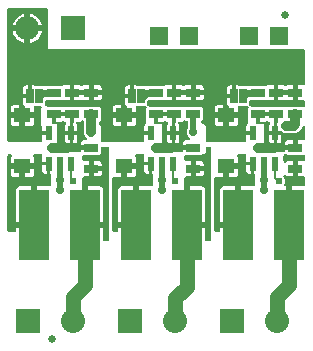
<source format=gbr>
G04 EAGLE Gerber RS-274X export*
G75*
%MOMM*%
%FSLAX34Y34*%
%LPD*%
%INTop Copper*%
%IPPOS*%
%AMOC8*
5,1,8,0,0,1.08239X$1,22.5*%
G01*
%ADD10R,0.550000X1.200000*%
%ADD11R,1.200000X0.800000*%
%ADD12R,2.500000X6.000000*%
%ADD13R,2.032000X2.032000*%
%ADD14C,2.032000*%
%ADD15R,1.470000X1.270000*%
%ADD16R,1.625600X1.625600*%
%ADD17C,0.635000*%
%ADD18R,0.635000X1.270000*%
%ADD19C,0.812800*%
%ADD20C,0.736600*%
%ADD21C,0.508000*%
%ADD22C,0.609600*%
%ADD23C,1.270000*%
%ADD24C,0.203200*%
%ADD25C,0.609600*%

G36*
X33635Y176547D02*
X33635Y176547D01*
X33760Y176556D01*
X33792Y176566D01*
X33826Y176571D01*
X33942Y176617D01*
X34062Y176657D01*
X34090Y176675D01*
X34121Y176688D01*
X34223Y176761D01*
X34329Y176830D01*
X34351Y176855D01*
X34379Y176874D01*
X34459Y176971D01*
X34544Y177064D01*
X34560Y177093D01*
X34581Y177119D01*
X34635Y177233D01*
X34695Y177344D01*
X34703Y177377D01*
X34717Y177407D01*
X34741Y177530D01*
X34771Y177653D01*
X34770Y177687D01*
X34777Y177720D01*
X34769Y177845D01*
X34768Y177971D01*
X34758Y178019D01*
X34757Y178037D01*
X34750Y178057D01*
X34739Y178113D01*
X34739Y183077D01*
X39925Y183077D01*
X40043Y183092D01*
X40162Y183099D01*
X40200Y183111D01*
X40240Y183117D01*
X40351Y183160D01*
X40464Y183197D01*
X40498Y183219D01*
X40536Y183234D01*
X40632Y183303D01*
X40733Y183367D01*
X40761Y183397D01*
X40793Y183420D01*
X40869Y183512D01*
X40951Y183599D01*
X40970Y183634D01*
X40996Y183665D01*
X41047Y183773D01*
X41104Y183877D01*
X41114Y183917D01*
X41132Y183953D01*
X41154Y184070D01*
X41184Y184185D01*
X41188Y184245D01*
X41191Y184265D01*
X41190Y184286D01*
X41194Y184346D01*
X41194Y184556D01*
X41179Y184674D01*
X41172Y184793D01*
X41159Y184831D01*
X41154Y184872D01*
X41110Y184982D01*
X41074Y185095D01*
X41052Y185130D01*
X41037Y185167D01*
X40967Y185263D01*
X40904Y185364D01*
X40874Y185392D01*
X40850Y185425D01*
X40759Y185501D01*
X40672Y185582D01*
X40637Y185602D01*
X40605Y185627D01*
X40498Y185678D01*
X40393Y185736D01*
X40354Y185746D01*
X40318Y185763D01*
X40201Y185785D01*
X40085Y185815D01*
X40025Y185819D01*
X40005Y185823D01*
X39985Y185821D01*
X39925Y185825D01*
X34739Y185825D01*
X34739Y189658D01*
X34727Y189757D01*
X34724Y189856D01*
X34707Y189914D01*
X34699Y189974D01*
X34663Y190066D01*
X34635Y190161D01*
X34605Y190213D01*
X34582Y190270D01*
X34524Y190350D01*
X34474Y190435D01*
X34408Y190510D01*
X34396Y190527D01*
X34386Y190535D01*
X34367Y190556D01*
X33464Y191460D01*
X33464Y205098D01*
X33716Y205350D01*
X33802Y205460D01*
X33890Y205567D01*
X33899Y205586D01*
X33911Y205602D01*
X33967Y205730D01*
X34026Y205855D01*
X34030Y205875D01*
X34038Y205894D01*
X34060Y206032D01*
X34086Y206168D01*
X34084Y206188D01*
X34088Y206208D01*
X34075Y206347D01*
X34066Y206485D01*
X34060Y206504D01*
X34058Y206524D01*
X34011Y206655D01*
X33968Y206787D01*
X33957Y206805D01*
X33950Y206824D01*
X33872Y206938D01*
X33798Y207056D01*
X33783Y207070D01*
X33772Y207087D01*
X33668Y207179D01*
X33566Y207274D01*
X33548Y207284D01*
X33533Y207297D01*
X33409Y207360D01*
X33288Y207428D01*
X33268Y207433D01*
X33250Y207442D01*
X33114Y207472D01*
X32980Y207507D01*
X32952Y207509D01*
X32940Y207512D01*
X32919Y207511D01*
X32819Y207517D01*
X28952Y207517D01*
X28860Y207506D01*
X28768Y207504D01*
X28703Y207486D01*
X28636Y207477D01*
X28551Y207444D01*
X28462Y207419D01*
X28368Y207373D01*
X28367Y207372D01*
X28356Y207367D01*
X28341Y207360D01*
X28334Y207356D01*
X28318Y207347D01*
X28285Y207329D01*
X28195Y207261D01*
X28101Y207199D01*
X28069Y207165D01*
X28032Y207137D01*
X27961Y207048D01*
X27885Y206965D01*
X27863Y206924D01*
X27834Y206887D01*
X27788Y206784D01*
X27735Y206685D01*
X27723Y206640D01*
X27704Y206597D01*
X27685Y206486D01*
X27658Y206376D01*
X27659Y206330D01*
X27651Y206283D01*
X27660Y206171D01*
X27661Y206058D01*
X27671Y206012D01*
X27671Y201839D01*
X20319Y201839D01*
X20319Y206104D01*
X20306Y206209D01*
X20302Y206314D01*
X20286Y206366D01*
X20279Y206419D01*
X20240Y206518D01*
X20210Y206619D01*
X20182Y206665D01*
X20162Y206715D01*
X20100Y206801D01*
X20046Y206891D01*
X20007Y206929D01*
X19975Y206972D01*
X19894Y207040D01*
X19819Y207114D01*
X19747Y207161D01*
X19730Y207175D01*
X19716Y207182D01*
X19685Y207203D01*
X19141Y207517D01*
X18668Y207990D01*
X18333Y208569D01*
X18160Y209216D01*
X18160Y214313D01*
X23558Y214313D01*
X23677Y214328D01*
X23795Y214336D01*
X23834Y214348D01*
X23874Y214353D01*
X23985Y214397D01*
X24098Y214434D01*
X24132Y214455D01*
X24170Y214470D01*
X24266Y214540D01*
X24366Y214604D01*
X24394Y214633D01*
X24427Y214657D01*
X24503Y214749D01*
X24584Y214835D01*
X24604Y214871D01*
X24630Y214902D01*
X24680Y215010D01*
X24709Y215061D01*
X24733Y215069D01*
X24767Y215090D01*
X24805Y215105D01*
X24901Y215175D01*
X25002Y215239D01*
X25029Y215268D01*
X25062Y215292D01*
X25138Y215384D01*
X25220Y215471D01*
X25239Y215506D01*
X25265Y215537D01*
X25316Y215645D01*
X25373Y215749D01*
X25383Y215788D01*
X25400Y215825D01*
X25423Y215942D01*
X25453Y216057D01*
X25456Y216117D01*
X25460Y216137D01*
X25459Y216158D01*
X25463Y216218D01*
X25463Y224791D01*
X27385Y224791D01*
X28032Y224618D01*
X28317Y224453D01*
X28402Y224417D01*
X28483Y224372D01*
X28548Y224356D01*
X28610Y224330D01*
X28702Y224316D01*
X28791Y224293D01*
X28908Y224286D01*
X28925Y224283D01*
X28933Y224284D01*
X28952Y224283D01*
X36151Y224283D01*
X36234Y224240D01*
X36273Y224232D01*
X36310Y224215D01*
X36427Y224197D01*
X36544Y224171D01*
X36584Y224172D01*
X36624Y224166D01*
X36742Y224177D01*
X36862Y224180D01*
X36900Y224192D01*
X36941Y224195D01*
X37053Y224236D01*
X37167Y224269D01*
X37202Y224289D01*
X37240Y224303D01*
X37338Y224370D01*
X37441Y224430D01*
X37486Y224470D01*
X37503Y224481D01*
X37517Y224497D01*
X37562Y224537D01*
X37608Y224583D01*
X51789Y224583D01*
X51881Y224594D01*
X51973Y224596D01*
X52038Y224614D01*
X52105Y224623D01*
X52191Y224657D01*
X52280Y224681D01*
X52385Y224733D01*
X52400Y224740D01*
X52407Y224745D01*
X52424Y224753D01*
X52709Y224918D01*
X53356Y225091D01*
X57691Y225091D01*
X57691Y219280D01*
X57706Y219162D01*
X57713Y219043D01*
X57725Y219005D01*
X57731Y218965D01*
X57774Y218854D01*
X57811Y218741D01*
X57833Y218707D01*
X57848Y218669D01*
X57917Y218573D01*
X57928Y218556D01*
X57914Y218532D01*
X57889Y218500D01*
X57838Y218393D01*
X57780Y218288D01*
X57770Y218249D01*
X57753Y218213D01*
X57731Y218096D01*
X57701Y217980D01*
X57697Y217920D01*
X57693Y217900D01*
X57695Y217880D01*
X57691Y217820D01*
X57691Y212009D01*
X53356Y212009D01*
X52709Y212182D01*
X52424Y212347D01*
X52339Y212383D01*
X52258Y212428D01*
X52193Y212444D01*
X52131Y212470D01*
X52039Y212484D01*
X51950Y212507D01*
X51833Y212514D01*
X51816Y212517D01*
X51808Y212516D01*
X51789Y212517D01*
X38481Y212517D01*
X38363Y212502D01*
X38244Y212495D01*
X38206Y212482D01*
X38165Y212477D01*
X38055Y212434D01*
X37942Y212397D01*
X37907Y212375D01*
X37870Y212360D01*
X37774Y212291D01*
X37673Y212227D01*
X37645Y212197D01*
X37612Y212174D01*
X37536Y212082D01*
X37455Y211995D01*
X37435Y211960D01*
X37410Y211929D01*
X37359Y211821D01*
X37301Y211717D01*
X37291Y211677D01*
X37274Y211641D01*
X37252Y211524D01*
X37222Y211409D01*
X37218Y211349D01*
X37214Y211329D01*
X37216Y211308D01*
X37212Y211248D01*
X37212Y208374D01*
X37211Y208370D01*
X37185Y208233D01*
X37186Y208214D01*
X37183Y208194D01*
X37196Y208055D01*
X37205Y207916D01*
X37211Y207897D01*
X37213Y207877D01*
X37260Y207746D01*
X37303Y207614D01*
X37313Y207597D01*
X37320Y207578D01*
X37399Y207462D01*
X37473Y207345D01*
X37487Y207331D01*
X37499Y207315D01*
X37603Y207223D01*
X37705Y207127D01*
X37722Y207117D01*
X37737Y207104D01*
X37861Y207041D01*
X37983Y206973D01*
X38002Y206968D01*
X38020Y206959D01*
X38156Y206929D01*
X38291Y206894D01*
X38319Y206892D01*
X38330Y206890D01*
X38351Y206890D01*
X38452Y206884D01*
X69861Y206884D01*
X69922Y206826D01*
X69975Y206797D01*
X70023Y206760D01*
X70114Y206720D01*
X70201Y206672D01*
X70260Y206657D01*
X70315Y206633D01*
X70413Y206618D01*
X70509Y206593D01*
X70609Y206587D01*
X70629Y206583D01*
X70641Y206585D01*
X70670Y206583D01*
X74580Y206583D01*
X74590Y206584D01*
X74599Y206583D01*
X74747Y206604D01*
X74896Y206623D01*
X74905Y206626D01*
X74914Y206627D01*
X74971Y206647D01*
X77451Y206647D01*
X77495Y206635D01*
X77641Y206595D01*
X77650Y206595D01*
X77659Y206593D01*
X77820Y206583D01*
X83042Y206583D01*
X84233Y205392D01*
X84233Y195708D01*
X82701Y194176D01*
X82697Y194174D01*
X82693Y194169D01*
X82670Y194146D01*
X82618Y194078D01*
X82540Y193995D01*
X82520Y193960D01*
X82495Y193929D01*
X82483Y193905D01*
X82475Y193894D01*
X82442Y193818D01*
X82386Y193717D01*
X82376Y193677D01*
X82359Y193641D01*
X82354Y193614D01*
X82349Y193602D01*
X82336Y193522D01*
X82307Y193409D01*
X82303Y193349D01*
X82299Y193329D01*
X82301Y193308D01*
X82299Y193290D01*
X82299Y193288D01*
X82299Y193287D01*
X82297Y193248D01*
X82297Y193051D01*
X82309Y192952D01*
X82312Y192853D01*
X82329Y192795D01*
X82337Y192735D01*
X82373Y192643D01*
X82401Y192548D01*
X82431Y192496D01*
X82454Y192439D01*
X82512Y192359D01*
X82562Y192274D01*
X82606Y192224D01*
X82607Y192223D01*
X82608Y192222D01*
X82628Y192199D01*
X82640Y192182D01*
X82650Y192174D01*
X82668Y192153D01*
X84329Y190493D01*
X84329Y177800D01*
X84344Y177682D01*
X84351Y177563D01*
X84364Y177525D01*
X84369Y177484D01*
X84412Y177374D01*
X84449Y177261D01*
X84471Y177226D01*
X84486Y177189D01*
X84555Y177093D01*
X84619Y176992D01*
X84649Y176964D01*
X84672Y176931D01*
X84764Y176856D01*
X84851Y176774D01*
X84886Y176754D01*
X84917Y176729D01*
X85025Y176678D01*
X85129Y176620D01*
X85169Y176610D01*
X85205Y176593D01*
X85322Y176571D01*
X85437Y176541D01*
X85497Y176537D01*
X85517Y176533D01*
X85538Y176535D01*
X85598Y176531D01*
X119870Y176531D01*
X119995Y176547D01*
X120120Y176556D01*
X120152Y176566D01*
X120186Y176571D01*
X120302Y176617D01*
X120422Y176657D01*
X120450Y176675D01*
X120481Y176688D01*
X120583Y176761D01*
X120689Y176830D01*
X120711Y176855D01*
X120739Y176874D01*
X120819Y176971D01*
X120904Y177064D01*
X120920Y177093D01*
X120941Y177119D01*
X120995Y177233D01*
X121055Y177344D01*
X121063Y177377D01*
X121077Y177407D01*
X121101Y177530D01*
X121131Y177653D01*
X121130Y177687D01*
X121137Y177720D01*
X121129Y177845D01*
X121128Y177971D01*
X121118Y178019D01*
X121117Y178037D01*
X121110Y178057D01*
X121099Y178113D01*
X121099Y183077D01*
X126285Y183077D01*
X126403Y183092D01*
X126522Y183099D01*
X126560Y183111D01*
X126600Y183117D01*
X126711Y183160D01*
X126824Y183197D01*
X126858Y183219D01*
X126896Y183234D01*
X126992Y183303D01*
X127093Y183367D01*
X127121Y183397D01*
X127153Y183420D01*
X127229Y183512D01*
X127311Y183599D01*
X127330Y183634D01*
X127356Y183665D01*
X127407Y183773D01*
X127464Y183877D01*
X127474Y183917D01*
X127492Y183953D01*
X127514Y184070D01*
X127544Y184185D01*
X127548Y184245D01*
X127551Y184265D01*
X127550Y184286D01*
X127554Y184346D01*
X127554Y184556D01*
X127539Y184674D01*
X127532Y184793D01*
X127519Y184831D01*
X127514Y184872D01*
X127470Y184982D01*
X127434Y185095D01*
X127412Y185130D01*
X127397Y185167D01*
X127327Y185263D01*
X127264Y185364D01*
X127234Y185392D01*
X127210Y185425D01*
X127119Y185501D01*
X127032Y185582D01*
X126997Y185602D01*
X126965Y185627D01*
X126858Y185678D01*
X126753Y185736D01*
X126714Y185746D01*
X126678Y185763D01*
X126561Y185785D01*
X126445Y185815D01*
X126385Y185819D01*
X126365Y185823D01*
X126345Y185821D01*
X126285Y185825D01*
X121099Y185825D01*
X121099Y190785D01*
X121272Y191432D01*
X121607Y192011D01*
X121992Y192396D01*
X122053Y192474D01*
X122121Y192546D01*
X122150Y192600D01*
X122187Y192647D01*
X122226Y192738D01*
X122274Y192825D01*
X122289Y192884D01*
X122313Y192939D01*
X122329Y193037D01*
X122354Y193133D01*
X122360Y193233D01*
X122363Y193253D01*
X122362Y193266D01*
X122364Y193294D01*
X122364Y205098D01*
X122616Y205350D01*
X122702Y205460D01*
X122790Y205567D01*
X122799Y205586D01*
X122811Y205602D01*
X122867Y205730D01*
X122926Y205855D01*
X122930Y205875D01*
X122938Y205894D01*
X122960Y206032D01*
X122986Y206168D01*
X122984Y206188D01*
X122988Y206208D01*
X122975Y206347D01*
X122966Y206485D01*
X122960Y206504D01*
X122958Y206524D01*
X122911Y206655D01*
X122868Y206787D01*
X122857Y206805D01*
X122850Y206824D01*
X122772Y206938D01*
X122698Y207056D01*
X122683Y207070D01*
X122672Y207087D01*
X122568Y207179D01*
X122466Y207274D01*
X122448Y207284D01*
X122433Y207297D01*
X122309Y207360D01*
X122188Y207428D01*
X122168Y207433D01*
X122150Y207442D01*
X122014Y207472D01*
X121880Y207507D01*
X121852Y207509D01*
X121840Y207512D01*
X121819Y207511D01*
X121719Y207517D01*
X115312Y207517D01*
X115220Y207506D01*
X115128Y207504D01*
X115063Y207486D01*
X114996Y207477D01*
X114911Y207444D01*
X114822Y207419D01*
X114728Y207373D01*
X114727Y207372D01*
X114716Y207367D01*
X114701Y207360D01*
X114694Y207356D01*
X114678Y207347D01*
X114645Y207329D01*
X114555Y207261D01*
X114461Y207199D01*
X114429Y207165D01*
X114392Y207137D01*
X114321Y207048D01*
X114245Y206965D01*
X114223Y206924D01*
X114194Y206887D01*
X114148Y206784D01*
X114095Y206685D01*
X114083Y206640D01*
X114064Y206597D01*
X114045Y206486D01*
X114018Y206376D01*
X114019Y206330D01*
X114011Y206283D01*
X114020Y206171D01*
X114021Y206058D01*
X114031Y206012D01*
X114031Y201839D01*
X106679Y201839D01*
X106679Y206104D01*
X106666Y206209D01*
X106662Y206314D01*
X106646Y206366D01*
X106639Y206419D01*
X106600Y206518D01*
X106570Y206619D01*
X106542Y206665D01*
X106522Y206715D01*
X106460Y206801D01*
X106406Y206891D01*
X106367Y206929D01*
X106335Y206972D01*
X106254Y207040D01*
X106179Y207114D01*
X106107Y207161D01*
X106090Y207175D01*
X106076Y207182D01*
X106045Y207203D01*
X105501Y207517D01*
X105028Y207990D01*
X104693Y208569D01*
X104520Y209216D01*
X104520Y214313D01*
X109918Y214313D01*
X110037Y214328D01*
X110155Y214336D01*
X110194Y214348D01*
X110234Y214353D01*
X110345Y214397D01*
X110458Y214434D01*
X110492Y214455D01*
X110530Y214470D01*
X110626Y214540D01*
X110726Y214604D01*
X110754Y214633D01*
X110787Y214657D01*
X110863Y214749D01*
X110944Y214835D01*
X110964Y214871D01*
X110990Y214902D01*
X111040Y215010D01*
X111069Y215061D01*
X111093Y215069D01*
X111127Y215090D01*
X111165Y215105D01*
X111261Y215175D01*
X111362Y215239D01*
X111389Y215268D01*
X111422Y215292D01*
X111498Y215384D01*
X111580Y215471D01*
X111599Y215506D01*
X111625Y215537D01*
X111676Y215645D01*
X111733Y215749D01*
X111743Y215788D01*
X111760Y215825D01*
X111783Y215942D01*
X111813Y216057D01*
X111816Y216117D01*
X111820Y216137D01*
X111819Y216158D01*
X111823Y216218D01*
X111823Y224791D01*
X113745Y224791D01*
X114392Y224618D01*
X114677Y224453D01*
X114762Y224417D01*
X114843Y224372D01*
X114908Y224356D01*
X114970Y224330D01*
X115062Y224316D01*
X115151Y224293D01*
X115268Y224286D01*
X115285Y224283D01*
X115293Y224284D01*
X115312Y224283D01*
X122511Y224283D01*
X122594Y224240D01*
X122633Y224232D01*
X122670Y224215D01*
X122787Y224197D01*
X122904Y224171D01*
X122944Y224172D01*
X122984Y224166D01*
X123102Y224177D01*
X123222Y224180D01*
X123260Y224192D01*
X123301Y224195D01*
X123413Y224236D01*
X123527Y224269D01*
X123562Y224289D01*
X123600Y224303D01*
X123698Y224370D01*
X123801Y224430D01*
X123846Y224470D01*
X123863Y224481D01*
X123877Y224497D01*
X123922Y224537D01*
X123968Y224583D01*
X138149Y224583D01*
X138241Y224594D01*
X138333Y224596D01*
X138398Y224614D01*
X138465Y224623D01*
X138551Y224657D01*
X138640Y224681D01*
X138745Y224733D01*
X138760Y224740D01*
X138767Y224745D01*
X138784Y224753D01*
X139069Y224918D01*
X139716Y225091D01*
X144051Y225091D01*
X144051Y219280D01*
X144066Y219162D01*
X144073Y219043D01*
X144085Y219005D01*
X144091Y218965D01*
X144134Y218854D01*
X144171Y218741D01*
X144193Y218707D01*
X144208Y218669D01*
X144277Y218573D01*
X144288Y218556D01*
X144274Y218532D01*
X144249Y218500D01*
X144198Y218393D01*
X144140Y218288D01*
X144130Y218249D01*
X144113Y218213D01*
X144091Y218096D01*
X144061Y217980D01*
X144057Y217920D01*
X144053Y217900D01*
X144055Y217880D01*
X144051Y217820D01*
X144051Y212009D01*
X139716Y212009D01*
X139069Y212182D01*
X138784Y212347D01*
X138699Y212383D01*
X138618Y212428D01*
X138553Y212444D01*
X138491Y212470D01*
X138399Y212484D01*
X138310Y212507D01*
X138193Y212514D01*
X138176Y212517D01*
X138168Y212516D01*
X138149Y212517D01*
X124978Y212517D01*
X124880Y212505D01*
X124781Y212502D01*
X124723Y212485D01*
X124663Y212477D01*
X124571Y212441D01*
X124476Y212413D01*
X124423Y212383D01*
X124367Y212360D01*
X124287Y212302D01*
X124202Y212252D01*
X124126Y212186D01*
X124110Y212174D01*
X124102Y212164D01*
X124081Y212146D01*
X123943Y212008D01*
X123883Y211930D01*
X123815Y211858D01*
X123786Y211805D01*
X123749Y211757D01*
X123709Y211666D01*
X123661Y211579D01*
X123646Y211521D01*
X123622Y211465D01*
X123607Y211367D01*
X123582Y211271D01*
X123576Y211171D01*
X123572Y211151D01*
X123574Y211139D01*
X123572Y211111D01*
X123572Y208374D01*
X123571Y208370D01*
X123545Y208233D01*
X123546Y208214D01*
X123543Y208194D01*
X123556Y208055D01*
X123565Y207916D01*
X123571Y207897D01*
X123573Y207877D01*
X123620Y207746D01*
X123663Y207614D01*
X123673Y207597D01*
X123680Y207578D01*
X123759Y207462D01*
X123833Y207345D01*
X123847Y207331D01*
X123859Y207315D01*
X123963Y207223D01*
X124065Y207127D01*
X124082Y207117D01*
X124097Y207104D01*
X124221Y207041D01*
X124343Y206973D01*
X124362Y206968D01*
X124380Y206959D01*
X124516Y206929D01*
X124651Y206894D01*
X124679Y206892D01*
X124690Y206890D01*
X124711Y206890D01*
X124812Y206884D01*
X158761Y206884D01*
X158822Y206826D01*
X158875Y206797D01*
X158923Y206760D01*
X159014Y206720D01*
X159101Y206672D01*
X159160Y206657D01*
X159215Y206633D01*
X159313Y206618D01*
X159409Y206593D01*
X159509Y206587D01*
X159529Y206583D01*
X159542Y206585D01*
X159570Y206583D01*
X169402Y206583D01*
X170593Y205392D01*
X170593Y195708D01*
X169330Y194445D01*
X169245Y194336D01*
X169156Y194229D01*
X169148Y194210D01*
X169135Y194194D01*
X169080Y194066D01*
X169021Y193941D01*
X169017Y193921D01*
X169009Y193902D01*
X168987Y193764D01*
X168961Y193628D01*
X168962Y193608D01*
X168959Y193588D01*
X168972Y193449D01*
X168981Y193311D01*
X168987Y193292D01*
X168989Y193272D01*
X169036Y193140D01*
X169079Y193009D01*
X169090Y192991D01*
X169096Y192972D01*
X169175Y192857D01*
X169249Y192740D01*
X169264Y192726D01*
X169275Y192709D01*
X169379Y192617D01*
X169481Y192522D01*
X169498Y192512D01*
X169513Y192499D01*
X169638Y192435D01*
X169759Y192368D01*
X169779Y192363D01*
X169797Y192354D01*
X169933Y192324D01*
X170067Y192289D01*
X170095Y192287D01*
X170107Y192284D01*
X170127Y192285D01*
X170228Y192279D01*
X171443Y192279D01*
X173229Y190493D01*
X173229Y177800D01*
X173244Y177682D01*
X173251Y177563D01*
X173264Y177525D01*
X173269Y177484D01*
X173312Y177374D01*
X173349Y177261D01*
X173371Y177226D01*
X173386Y177189D01*
X173455Y177093D01*
X173519Y176992D01*
X173549Y176964D01*
X173572Y176931D01*
X173664Y176856D01*
X173751Y176774D01*
X173786Y176754D01*
X173817Y176729D01*
X173925Y176678D01*
X174029Y176620D01*
X174069Y176610D01*
X174105Y176593D01*
X174222Y176571D01*
X174337Y176541D01*
X174397Y176537D01*
X174417Y176533D01*
X174438Y176535D01*
X174498Y176531D01*
X206230Y176531D01*
X206355Y176547D01*
X206480Y176556D01*
X206512Y176566D01*
X206546Y176571D01*
X206663Y176617D01*
X206782Y176657D01*
X206810Y176675D01*
X206841Y176688D01*
X206943Y176762D01*
X207049Y176830D01*
X207071Y176855D01*
X207099Y176874D01*
X207179Y176972D01*
X207264Y177064D01*
X207280Y177094D01*
X207301Y177119D01*
X207355Y177233D01*
X207415Y177344D01*
X207423Y177377D01*
X207437Y177407D01*
X207461Y177531D01*
X207491Y177653D01*
X207490Y177687D01*
X207497Y177720D01*
X207489Y177845D01*
X207488Y177971D01*
X207478Y178019D01*
X207477Y178037D01*
X207470Y178057D01*
X207459Y178113D01*
X207459Y183077D01*
X212645Y183077D01*
X212763Y183092D01*
X212882Y183099D01*
X212920Y183111D01*
X212960Y183117D01*
X213071Y183160D01*
X213184Y183197D01*
X213218Y183219D01*
X213256Y183234D01*
X213352Y183303D01*
X213453Y183367D01*
X213481Y183397D01*
X213513Y183420D01*
X213589Y183512D01*
X213671Y183599D01*
X213690Y183634D01*
X213716Y183665D01*
X213767Y183773D01*
X213824Y183877D01*
X213834Y183917D01*
X213852Y183953D01*
X213874Y184070D01*
X213904Y184185D01*
X213908Y184245D01*
X213911Y184265D01*
X213910Y184286D01*
X213914Y184346D01*
X213914Y184556D01*
X213899Y184674D01*
X213892Y184793D01*
X213879Y184831D01*
X213874Y184872D01*
X213830Y184982D01*
X213794Y185095D01*
X213772Y185130D01*
X213757Y185167D01*
X213687Y185263D01*
X213624Y185364D01*
X213594Y185392D01*
X213570Y185425D01*
X213479Y185501D01*
X213392Y185582D01*
X213357Y185602D01*
X213325Y185627D01*
X213218Y185678D01*
X213113Y185736D01*
X213074Y185746D01*
X213038Y185763D01*
X212921Y185785D01*
X212805Y185815D01*
X212745Y185819D01*
X212725Y185823D01*
X212705Y185821D01*
X212645Y185825D01*
X207459Y185825D01*
X207459Y190785D01*
X207632Y191432D01*
X207967Y192011D01*
X208352Y192396D01*
X208413Y192474D01*
X208481Y192546D01*
X208510Y192600D01*
X208547Y192647D01*
X208586Y192738D01*
X208634Y192825D01*
X208649Y192884D01*
X208673Y192939D01*
X208689Y193037D01*
X208714Y193133D01*
X208720Y193233D01*
X208723Y193253D01*
X208722Y193266D01*
X208724Y193294D01*
X208724Y205098D01*
X208976Y205350D01*
X209062Y205460D01*
X209150Y205567D01*
X209159Y205586D01*
X209171Y205602D01*
X209227Y205730D01*
X209286Y205855D01*
X209290Y205875D01*
X209298Y205894D01*
X209320Y206032D01*
X209346Y206168D01*
X209344Y206188D01*
X209348Y206208D01*
X209335Y206347D01*
X209326Y206485D01*
X209320Y206504D01*
X209318Y206524D01*
X209271Y206655D01*
X209228Y206787D01*
X209217Y206805D01*
X209210Y206824D01*
X209132Y206938D01*
X209058Y207056D01*
X209043Y207070D01*
X209032Y207087D01*
X208928Y207179D01*
X208826Y207274D01*
X208808Y207284D01*
X208793Y207297D01*
X208669Y207360D01*
X208548Y207428D01*
X208528Y207433D01*
X208510Y207442D01*
X208374Y207472D01*
X208240Y207507D01*
X208212Y207509D01*
X208200Y207512D01*
X208179Y207511D01*
X208079Y207517D01*
X201672Y207517D01*
X201580Y207506D01*
X201488Y207504D01*
X201423Y207486D01*
X201356Y207477D01*
X201271Y207444D01*
X201182Y207419D01*
X201088Y207373D01*
X201087Y207372D01*
X201076Y207367D01*
X201061Y207360D01*
X201054Y207356D01*
X201038Y207347D01*
X201005Y207329D01*
X200915Y207261D01*
X200821Y207199D01*
X200789Y207165D01*
X200752Y207137D01*
X200681Y207048D01*
X200605Y206965D01*
X200583Y206924D01*
X200554Y206887D01*
X200508Y206784D01*
X200455Y206685D01*
X200443Y206640D01*
X200424Y206597D01*
X200405Y206486D01*
X200378Y206376D01*
X200379Y206330D01*
X200371Y206283D01*
X200380Y206171D01*
X200381Y206058D01*
X200391Y206012D01*
X200391Y201839D01*
X193039Y201839D01*
X193039Y206104D01*
X193026Y206209D01*
X193022Y206314D01*
X193006Y206366D01*
X192999Y206419D01*
X192960Y206518D01*
X192930Y206619D01*
X192902Y206665D01*
X192882Y206715D01*
X192820Y206801D01*
X192766Y206891D01*
X192727Y206929D01*
X192695Y206972D01*
X192614Y207040D01*
X192539Y207114D01*
X192467Y207161D01*
X192450Y207175D01*
X192436Y207182D01*
X192405Y207203D01*
X191861Y207517D01*
X191388Y207990D01*
X191053Y208569D01*
X190880Y209216D01*
X190880Y214313D01*
X196278Y214313D01*
X196397Y214328D01*
X196515Y214336D01*
X196554Y214348D01*
X196594Y214353D01*
X196705Y214397D01*
X196818Y214434D01*
X196852Y214455D01*
X196890Y214470D01*
X196986Y214540D01*
X197086Y214604D01*
X197114Y214633D01*
X197147Y214657D01*
X197223Y214749D01*
X197304Y214835D01*
X197324Y214871D01*
X197350Y214902D01*
X197400Y215010D01*
X197429Y215061D01*
X197453Y215069D01*
X197487Y215090D01*
X197525Y215105D01*
X197621Y215175D01*
X197722Y215239D01*
X197749Y215268D01*
X197782Y215292D01*
X197858Y215384D01*
X197940Y215471D01*
X197959Y215506D01*
X197985Y215537D01*
X198036Y215645D01*
X198093Y215749D01*
X198103Y215788D01*
X198120Y215825D01*
X198143Y215942D01*
X198173Y216057D01*
X198176Y216117D01*
X198180Y216137D01*
X198179Y216158D01*
X198183Y216218D01*
X198183Y224791D01*
X200105Y224791D01*
X200752Y224618D01*
X201037Y224453D01*
X201122Y224417D01*
X201203Y224372D01*
X201268Y224356D01*
X201330Y224330D01*
X201422Y224316D01*
X201511Y224293D01*
X201628Y224286D01*
X201645Y224283D01*
X201653Y224284D01*
X201672Y224283D01*
X208871Y224283D01*
X208954Y224240D01*
X208993Y224232D01*
X209030Y224215D01*
X209147Y224197D01*
X209264Y224171D01*
X209304Y224172D01*
X209344Y224166D01*
X209462Y224177D01*
X209582Y224180D01*
X209620Y224192D01*
X209661Y224195D01*
X209773Y224236D01*
X209887Y224269D01*
X209922Y224289D01*
X209960Y224303D01*
X210058Y224370D01*
X210161Y224430D01*
X210206Y224470D01*
X210223Y224481D01*
X210237Y224497D01*
X210282Y224537D01*
X210328Y224583D01*
X224509Y224583D01*
X224601Y224594D01*
X224693Y224596D01*
X224758Y224614D01*
X224825Y224623D01*
X224911Y224657D01*
X225000Y224681D01*
X225105Y224733D01*
X225120Y224740D01*
X225127Y224745D01*
X225144Y224753D01*
X225429Y224918D01*
X226076Y225091D01*
X230411Y225091D01*
X230411Y219280D01*
X230426Y219162D01*
X230433Y219043D01*
X230445Y219005D01*
X230451Y218965D01*
X230494Y218854D01*
X230531Y218741D01*
X230553Y218707D01*
X230568Y218669D01*
X230637Y218573D01*
X230648Y218556D01*
X230634Y218532D01*
X230609Y218500D01*
X230558Y218393D01*
X230500Y218288D01*
X230490Y218249D01*
X230473Y218213D01*
X230451Y218096D01*
X230421Y217980D01*
X230417Y217920D01*
X230413Y217900D01*
X230415Y217880D01*
X230411Y217820D01*
X230411Y212009D01*
X226076Y212009D01*
X225429Y212182D01*
X225144Y212347D01*
X225059Y212383D01*
X224978Y212428D01*
X224913Y212444D01*
X224851Y212470D01*
X224759Y212484D01*
X224670Y212507D01*
X224553Y212514D01*
X224536Y212517D01*
X224528Y212516D01*
X224509Y212517D01*
X211201Y212517D01*
X211083Y212502D01*
X210964Y212495D01*
X210926Y212482D01*
X210885Y212477D01*
X210775Y212434D01*
X210662Y212397D01*
X210627Y212375D01*
X210590Y212360D01*
X210494Y212291D01*
X210393Y212227D01*
X210365Y212197D01*
X210332Y212174D01*
X210256Y212082D01*
X210175Y211995D01*
X210155Y211960D01*
X210130Y211929D01*
X210079Y211821D01*
X210021Y211717D01*
X210011Y211677D01*
X209994Y211641D01*
X209972Y211524D01*
X209942Y211409D01*
X209938Y211349D01*
X209934Y211329D01*
X209936Y211308D01*
X209932Y211248D01*
X209932Y208374D01*
X209931Y208370D01*
X209905Y208233D01*
X209906Y208214D01*
X209903Y208194D01*
X209916Y208055D01*
X209925Y207916D01*
X209931Y207897D01*
X209933Y207877D01*
X209980Y207746D01*
X210023Y207614D01*
X210033Y207597D01*
X210040Y207578D01*
X210119Y207462D01*
X210193Y207345D01*
X210207Y207331D01*
X210219Y207315D01*
X210323Y207223D01*
X210425Y207127D01*
X210442Y207117D01*
X210457Y207104D01*
X210581Y207041D01*
X210703Y206973D01*
X210722Y206968D01*
X210740Y206959D01*
X210876Y206929D01*
X211011Y206894D01*
X211039Y206892D01*
X211050Y206890D01*
X211071Y206890D01*
X211172Y206884D01*
X245121Y206884D01*
X245182Y206826D01*
X245235Y206797D01*
X245283Y206760D01*
X245374Y206720D01*
X245461Y206672D01*
X245520Y206657D01*
X245575Y206633D01*
X245673Y206618D01*
X245769Y206593D01*
X245869Y206587D01*
X245889Y206583D01*
X245902Y206585D01*
X245930Y206583D01*
X247300Y206583D01*
X247309Y206584D01*
X247319Y206583D01*
X247468Y206604D01*
X247616Y206623D01*
X247624Y206626D01*
X247634Y206627D01*
X247691Y206647D01*
X250171Y206647D01*
X250216Y206635D01*
X250361Y206595D01*
X250370Y206595D01*
X250379Y206593D01*
X250540Y206583D01*
X255948Y206583D01*
X256067Y206598D01*
X256186Y206605D01*
X256224Y206618D01*
X256264Y206623D01*
X256375Y206666D01*
X256488Y206703D01*
X256522Y206725D01*
X256560Y206740D01*
X256656Y206810D01*
X256757Y206874D01*
X256784Y206903D01*
X256817Y206926D01*
X256893Y207019D01*
X256975Y207105D01*
X256994Y207140D01*
X257020Y207171D01*
X257071Y207279D01*
X257128Y207384D01*
X257138Y207423D01*
X257155Y207459D01*
X257178Y207576D01*
X257208Y207692D01*
X257211Y207752D01*
X257215Y207771D01*
X257214Y207792D01*
X257218Y207853D01*
X257216Y210881D01*
X257200Y211006D01*
X257191Y211131D01*
X257180Y211163D01*
X257176Y211197D01*
X257130Y211313D01*
X257090Y211432D01*
X257071Y211461D01*
X257059Y211493D01*
X256985Y211594D01*
X256917Y211699D01*
X256892Y211722D01*
X256872Y211750D01*
X256775Y211830D01*
X256683Y211915D01*
X256653Y211931D01*
X256627Y211952D01*
X256513Y212006D01*
X256403Y212065D01*
X256370Y212073D01*
X256339Y212088D01*
X256216Y212111D01*
X256094Y212141D01*
X256060Y212141D01*
X256027Y212148D01*
X255902Y212140D01*
X255776Y212138D01*
X255728Y212129D01*
X255709Y212128D01*
X255689Y212121D01*
X255618Y212107D01*
X255254Y212009D01*
X250919Y212009D01*
X250919Y217820D01*
X250904Y217938D01*
X250897Y218057D01*
X250884Y218095D01*
X250879Y218135D01*
X250836Y218246D01*
X250799Y218359D01*
X250777Y218393D01*
X250762Y218431D01*
X250693Y218527D01*
X250682Y218544D01*
X250696Y218568D01*
X250721Y218600D01*
X250772Y218707D01*
X250830Y218812D01*
X250840Y218851D01*
X250857Y218887D01*
X250879Y219004D01*
X250909Y219120D01*
X250913Y219180D01*
X250917Y219200D01*
X250915Y219220D01*
X250919Y219280D01*
X250919Y225091D01*
X255254Y225091D01*
X255610Y224995D01*
X255735Y224978D01*
X255859Y224955D01*
X255892Y224957D01*
X255925Y224952D01*
X256051Y224967D01*
X256176Y224975D01*
X256208Y224985D01*
X256241Y224989D01*
X256359Y225034D01*
X256479Y225073D01*
X256507Y225091D01*
X256538Y225103D01*
X256641Y225176D01*
X256747Y225243D01*
X256770Y225267D01*
X256797Y225287D01*
X256879Y225383D01*
X256965Y225475D01*
X256981Y225504D01*
X257003Y225530D01*
X257058Y225643D01*
X257118Y225753D01*
X257127Y225786D01*
X257141Y225816D01*
X257166Y225939D01*
X257198Y226061D01*
X257201Y226110D01*
X257204Y226127D01*
X257203Y226149D01*
X257208Y226222D01*
X257193Y254001D01*
X257178Y254119D01*
X257171Y254237D01*
X257158Y254276D01*
X257153Y254316D01*
X257109Y254427D01*
X257073Y254539D01*
X257051Y254574D01*
X257036Y254612D01*
X256966Y254708D01*
X256903Y254808D01*
X256873Y254836D01*
X256849Y254869D01*
X256757Y254945D01*
X256671Y255026D01*
X256635Y255046D01*
X256604Y255072D01*
X256496Y255122D01*
X256393Y255180D01*
X256353Y255190D01*
X256316Y255207D01*
X256199Y255229D01*
X256085Y255259D01*
X256024Y255263D01*
X256004Y255267D01*
X255983Y255265D01*
X255924Y255269D01*
X39369Y255269D01*
X39369Y288925D01*
X39354Y289043D01*
X39347Y289162D01*
X39334Y289200D01*
X39329Y289241D01*
X39286Y289351D01*
X39249Y289464D01*
X39227Y289499D01*
X39212Y289536D01*
X39143Y289632D01*
X39079Y289733D01*
X39049Y289761D01*
X39026Y289794D01*
X38934Y289870D01*
X38847Y289951D01*
X38812Y289971D01*
X38781Y289996D01*
X38673Y290047D01*
X38569Y290105D01*
X38529Y290115D01*
X38493Y290132D01*
X38376Y290154D01*
X38261Y290184D01*
X38201Y290188D01*
X38181Y290192D01*
X38160Y290190D01*
X38100Y290194D01*
X6350Y290194D01*
X6232Y290179D01*
X6113Y290172D01*
X6075Y290159D01*
X6034Y290154D01*
X5924Y290111D01*
X5811Y290074D01*
X5776Y290052D01*
X5739Y290037D01*
X5643Y289968D01*
X5542Y289904D01*
X5514Y289874D01*
X5481Y289851D01*
X5406Y289759D01*
X5324Y289672D01*
X5304Y289637D01*
X5279Y289606D01*
X5228Y289498D01*
X5170Y289394D01*
X5160Y289354D01*
X5143Y289318D01*
X5121Y289201D01*
X5091Y289086D01*
X5087Y289026D01*
X5083Y289006D01*
X5085Y288985D01*
X5081Y288925D01*
X5081Y177800D01*
X5096Y177682D01*
X5103Y177563D01*
X5116Y177525D01*
X5121Y177484D01*
X5164Y177374D01*
X5201Y177261D01*
X5223Y177226D01*
X5238Y177189D01*
X5308Y177093D01*
X5371Y176992D01*
X5401Y176964D01*
X5424Y176931D01*
X5516Y176856D01*
X5603Y176774D01*
X5638Y176754D01*
X5669Y176729D01*
X5777Y176678D01*
X5881Y176620D01*
X5921Y176610D01*
X5957Y176593D01*
X6074Y176571D01*
X6189Y176541D01*
X6250Y176537D01*
X6270Y176533D01*
X6290Y176535D01*
X6350Y176531D01*
X33510Y176531D01*
X33635Y176547D01*
G37*
G36*
X11588Y100346D02*
X11588Y100346D01*
X11707Y100353D01*
X11745Y100366D01*
X11786Y100371D01*
X11896Y100414D01*
X12009Y100451D01*
X12044Y100473D01*
X12081Y100488D01*
X12177Y100558D01*
X12278Y100621D01*
X12306Y100651D01*
X12339Y100674D01*
X12415Y100766D01*
X12496Y100853D01*
X12516Y100888D01*
X12541Y100919D01*
X12592Y101027D01*
X12650Y101131D01*
X12660Y101171D01*
X12677Y101207D01*
X12699Y101324D01*
X12729Y101439D01*
X12733Y101500D01*
X12737Y101520D01*
X12735Y101540D01*
X12739Y101600D01*
X12739Y104141D01*
X26510Y104141D01*
X26628Y104156D01*
X26747Y104163D01*
X26785Y104176D01*
X26825Y104181D01*
X26936Y104224D01*
X27049Y104261D01*
X27084Y104283D01*
X27121Y104298D01*
X27217Y104368D01*
X27318Y104431D01*
X27346Y104461D01*
X27378Y104485D01*
X27454Y104576D01*
X27536Y104663D01*
X27555Y104698D01*
X27581Y104729D01*
X27632Y104837D01*
X27689Y104941D01*
X27700Y104981D01*
X27717Y105017D01*
X27739Y105134D01*
X27769Y105249D01*
X27773Y105310D01*
X27777Y105330D01*
X27775Y105350D01*
X27779Y105410D01*
X27779Y106681D01*
X29050Y106681D01*
X29168Y106696D01*
X29287Y106703D01*
X29325Y106716D01*
X29365Y106721D01*
X29476Y106765D01*
X29589Y106801D01*
X29624Y106823D01*
X29661Y106838D01*
X29757Y106908D01*
X29858Y106971D01*
X29886Y107001D01*
X29918Y107025D01*
X29994Y107116D01*
X30076Y107203D01*
X30095Y107238D01*
X30121Y107270D01*
X30172Y107377D01*
X30229Y107481D01*
X30240Y107521D01*
X30257Y107557D01*
X30279Y107674D01*
X30309Y107789D01*
X30313Y107850D01*
X30317Y107870D01*
X30315Y107890D01*
X30319Y107950D01*
X30319Y139221D01*
X40640Y139221D01*
X40758Y139236D01*
X40877Y139243D01*
X40915Y139256D01*
X40956Y139261D01*
X41066Y139304D01*
X41179Y139341D01*
X41214Y139363D01*
X41251Y139378D01*
X41347Y139447D01*
X41448Y139511D01*
X41476Y139541D01*
X41509Y139564D01*
X41585Y139656D01*
X41666Y139743D01*
X41686Y139778D01*
X41711Y139809D01*
X41762Y139917D01*
X41820Y140021D01*
X41830Y140061D01*
X41847Y140097D01*
X41869Y140214D01*
X41899Y140329D01*
X41903Y140389D01*
X41907Y140409D01*
X41905Y140430D01*
X41909Y140490D01*
X41909Y148639D01*
X41894Y148757D01*
X41887Y148876D01*
X41874Y148914D01*
X41869Y148955D01*
X41826Y149065D01*
X41789Y149178D01*
X41767Y149213D01*
X41752Y149250D01*
X41683Y149346D01*
X41619Y149447D01*
X41589Y149475D01*
X41566Y149508D01*
X41474Y149584D01*
X41404Y149649D01*
X41404Y158344D01*
X41389Y158462D01*
X41382Y158581D01*
X41369Y158619D01*
X41364Y158659D01*
X41321Y158770D01*
X41284Y158883D01*
X41262Y158917D01*
X41247Y158955D01*
X41178Y159051D01*
X41114Y159152D01*
X41084Y159180D01*
X41061Y159212D01*
X40969Y159288D01*
X40923Y159331D01*
X40904Y159362D01*
X40874Y159390D01*
X40850Y159423D01*
X40759Y159499D01*
X40672Y159580D01*
X40637Y159600D01*
X40605Y159625D01*
X40498Y159676D01*
X40393Y159734D01*
X40354Y159744D01*
X40318Y159761D01*
X40201Y159783D01*
X40085Y159813D01*
X40025Y159817D01*
X40005Y159821D01*
X39985Y159819D01*
X39925Y159823D01*
X34739Y159823D01*
X34739Y164795D01*
X34753Y164896D01*
X34777Y165020D01*
X34775Y165053D01*
X34779Y165086D01*
X34765Y165212D01*
X34757Y165337D01*
X34747Y165369D01*
X34743Y165402D01*
X34698Y165520D01*
X34659Y165639D01*
X34641Y165668D01*
X34629Y165699D01*
X34556Y165802D01*
X34489Y165908D01*
X34464Y165931D01*
X34445Y165959D01*
X34349Y166040D01*
X34257Y166126D01*
X34228Y166142D01*
X34202Y166164D01*
X34089Y166219D01*
X33979Y166280D01*
X33946Y166288D01*
X33916Y166303D01*
X33793Y166328D01*
X33671Y166359D01*
X33622Y166362D01*
X33604Y166366D01*
X33583Y166365D01*
X33510Y166369D01*
X28068Y166369D01*
X27931Y166352D01*
X27792Y166339D01*
X27773Y166332D01*
X27753Y166329D01*
X27624Y166278D01*
X27492Y166231D01*
X27476Y166220D01*
X27457Y166212D01*
X27345Y166131D01*
X27229Y166053D01*
X27216Y166037D01*
X27200Y166026D01*
X27111Y165918D01*
X27019Y165814D01*
X27010Y165796D01*
X26997Y165781D01*
X26938Y165655D01*
X26874Y165531D01*
X26870Y165511D01*
X26861Y165493D01*
X26835Y165357D01*
X26805Y165221D01*
X26805Y165200D01*
X26801Y165181D01*
X26810Y165042D01*
X26814Y164903D01*
X26820Y164883D01*
X26821Y164863D01*
X26864Y164731D01*
X26903Y164597D01*
X26913Y164580D01*
X26919Y164561D01*
X26994Y164443D01*
X27064Y164323D01*
X27083Y164302D01*
X27089Y164292D01*
X27104Y164278D01*
X27161Y164213D01*
X27498Y163631D01*
X27671Y162984D01*
X27671Y158839D01*
X19050Y158839D01*
X18932Y158824D01*
X18813Y158817D01*
X18775Y158804D01*
X18735Y158799D01*
X18624Y158755D01*
X18511Y158719D01*
X18476Y158697D01*
X18439Y158682D01*
X18343Y158612D01*
X18242Y158549D01*
X18214Y158519D01*
X18182Y158495D01*
X18106Y158404D01*
X18024Y158317D01*
X18005Y158282D01*
X17979Y158250D01*
X17928Y158143D01*
X17871Y158039D01*
X17860Y157999D01*
X17843Y157963D01*
X17821Y157846D01*
X17791Y157731D01*
X17787Y157670D01*
X17783Y157650D01*
X17785Y157630D01*
X17781Y157570D01*
X17781Y156299D01*
X17779Y156299D01*
X17779Y157570D01*
X17764Y157688D01*
X17757Y157807D01*
X17744Y157845D01*
X17739Y157885D01*
X17695Y157996D01*
X17659Y158109D01*
X17637Y158144D01*
X17622Y158181D01*
X17552Y158277D01*
X17489Y158378D01*
X17459Y158406D01*
X17435Y158438D01*
X17344Y158514D01*
X17257Y158596D01*
X17222Y158615D01*
X17190Y158641D01*
X17083Y158692D01*
X16979Y158749D01*
X16939Y158760D01*
X16903Y158777D01*
X16786Y158799D01*
X16671Y158829D01*
X16610Y158833D01*
X16590Y158837D01*
X16570Y158835D01*
X16510Y158839D01*
X7889Y158839D01*
X7889Y162984D01*
X8062Y163631D01*
X8402Y164218D01*
X8475Y164312D01*
X8563Y164419D01*
X8572Y164438D01*
X8584Y164454D01*
X8640Y164582D01*
X8699Y164707D01*
X8703Y164727D01*
X8711Y164746D01*
X8733Y164884D01*
X8759Y165020D01*
X8757Y165040D01*
X8761Y165060D01*
X8747Y165199D01*
X8739Y165337D01*
X8733Y165356D01*
X8731Y165376D01*
X8684Y165508D01*
X8641Y165639D01*
X8630Y165657D01*
X8623Y165676D01*
X8545Y165791D01*
X8471Y165908D01*
X8456Y165922D01*
X8445Y165939D01*
X8340Y166031D01*
X8239Y166126D01*
X8221Y166136D01*
X8206Y166149D01*
X8082Y166212D01*
X7961Y166280D01*
X7941Y166285D01*
X7923Y166294D01*
X7787Y166324D01*
X7653Y166359D01*
X7625Y166361D01*
X7613Y166364D01*
X7592Y166363D01*
X7492Y166369D01*
X6350Y166369D01*
X6232Y166354D01*
X6113Y166347D01*
X6075Y166334D01*
X6034Y166329D01*
X5924Y166286D01*
X5811Y166249D01*
X5776Y166227D01*
X5739Y166212D01*
X5643Y166143D01*
X5542Y166079D01*
X5514Y166049D01*
X5481Y166026D01*
X5406Y165934D01*
X5324Y165847D01*
X5304Y165812D01*
X5279Y165781D01*
X5228Y165673D01*
X5170Y165569D01*
X5160Y165529D01*
X5143Y165493D01*
X5121Y165376D01*
X5091Y165261D01*
X5087Y165201D01*
X5083Y165181D01*
X5085Y165160D01*
X5084Y165144D01*
X5083Y165143D01*
X5083Y165142D01*
X5081Y165100D01*
X5081Y101600D01*
X5096Y101482D01*
X5103Y101363D01*
X5116Y101325D01*
X5121Y101284D01*
X5164Y101174D01*
X5201Y101061D01*
X5223Y101026D01*
X5238Y100989D01*
X5308Y100893D01*
X5371Y100792D01*
X5401Y100764D01*
X5424Y100731D01*
X5516Y100656D01*
X5603Y100574D01*
X5638Y100554D01*
X5669Y100529D01*
X5777Y100478D01*
X5881Y100420D01*
X5921Y100410D01*
X5957Y100393D01*
X6074Y100371D01*
X6189Y100341D01*
X6250Y100337D01*
X6270Y100333D01*
X6290Y100335D01*
X6350Y100331D01*
X11470Y100331D01*
X11588Y100346D01*
G37*
G36*
X90288Y92726D02*
X90288Y92726D01*
X90407Y92733D01*
X90445Y92746D01*
X90486Y92751D01*
X90596Y92794D01*
X90709Y92831D01*
X90744Y92853D01*
X90781Y92868D01*
X90877Y92938D01*
X90978Y93001D01*
X91006Y93031D01*
X91039Y93054D01*
X91115Y93146D01*
X91196Y93233D01*
X91216Y93268D01*
X91241Y93299D01*
X91292Y93407D01*
X91350Y93511D01*
X91360Y93551D01*
X91377Y93587D01*
X91399Y93704D01*
X91429Y93819D01*
X91433Y93880D01*
X91437Y93900D01*
X91435Y93920D01*
X91439Y93980D01*
X91439Y171450D01*
X91424Y171568D01*
X91417Y171687D01*
X91404Y171725D01*
X91399Y171766D01*
X91356Y171876D01*
X91319Y171989D01*
X91297Y172024D01*
X91282Y172061D01*
X91213Y172157D01*
X91149Y172258D01*
X91119Y172286D01*
X91096Y172319D01*
X91004Y172395D01*
X90917Y172476D01*
X90882Y172496D01*
X90851Y172521D01*
X90743Y172572D01*
X90639Y172630D01*
X90599Y172640D01*
X90563Y172657D01*
X90446Y172679D01*
X90331Y172709D01*
X90271Y172713D01*
X90251Y172717D01*
X90230Y172715D01*
X90170Y172719D01*
X85598Y172719D01*
X85480Y172704D01*
X85361Y172697D01*
X85323Y172684D01*
X85282Y172679D01*
X85172Y172636D01*
X85059Y172599D01*
X85024Y172577D01*
X84987Y172562D01*
X84891Y172493D01*
X84790Y172429D01*
X84762Y172399D01*
X84729Y172376D01*
X84653Y172284D01*
X84572Y172197D01*
X84552Y172162D01*
X84527Y172131D01*
X84476Y172023D01*
X84418Y171919D01*
X84408Y171879D01*
X84391Y171843D01*
X84369Y171726D01*
X84339Y171611D01*
X84335Y171551D01*
X84331Y171531D01*
X84333Y171510D01*
X84329Y171450D01*
X84329Y168140D01*
X84322Y168129D01*
X84307Y168070D01*
X84283Y168015D01*
X84268Y167917D01*
X84243Y167821D01*
X84237Y167721D01*
X84233Y167701D01*
X84235Y167688D01*
X84233Y167660D01*
X84233Y167353D01*
X83042Y166162D01*
X69850Y166162D01*
X69732Y166147D01*
X69613Y166140D01*
X69575Y166127D01*
X69534Y166122D01*
X69424Y166079D01*
X69311Y166042D01*
X69276Y166020D01*
X69239Y166005D01*
X69143Y165936D01*
X69042Y165872D01*
X69014Y165842D01*
X68981Y165819D01*
X68906Y165727D01*
X68824Y165640D01*
X68804Y165605D01*
X68779Y165574D01*
X68728Y165466D01*
X68670Y165362D01*
X68660Y165322D01*
X68643Y165286D01*
X68621Y165169D01*
X68591Y165054D01*
X68587Y164994D01*
X68583Y164974D01*
X68585Y164953D01*
X68581Y164893D01*
X68581Y162005D01*
X68596Y161887D01*
X68603Y161768D01*
X68616Y161730D01*
X68621Y161689D01*
X68664Y161579D01*
X68701Y161466D01*
X68723Y161431D01*
X68738Y161394D01*
X68808Y161298D01*
X68871Y161197D01*
X68901Y161169D01*
X68924Y161136D01*
X69016Y161060D01*
X69103Y160979D01*
X69138Y160959D01*
X69169Y160934D01*
X69277Y160883D01*
X69381Y160825D01*
X69421Y160815D01*
X69457Y160798D01*
X69574Y160776D01*
X69689Y160746D01*
X69750Y160742D01*
X69770Y160738D01*
X69790Y160740D01*
X69850Y160736D01*
X74201Y160736D01*
X74201Y154925D01*
X74216Y154807D01*
X74223Y154688D01*
X74235Y154650D01*
X74241Y154610D01*
X74284Y154499D01*
X74321Y154386D01*
X74343Y154352D01*
X74358Y154314D01*
X74427Y154218D01*
X74438Y154201D01*
X74424Y154177D01*
X74399Y154145D01*
X74348Y154038D01*
X74290Y153933D01*
X74280Y153894D01*
X74263Y153858D01*
X74241Y153741D01*
X74211Y153625D01*
X74207Y153565D01*
X74203Y153545D01*
X74205Y153525D01*
X74201Y153465D01*
X74201Y147654D01*
X69850Y147654D01*
X69732Y147639D01*
X69613Y147632D01*
X69575Y147619D01*
X69535Y147614D01*
X69424Y147571D01*
X69311Y147534D01*
X69276Y147512D01*
X69239Y147497D01*
X69143Y147428D01*
X69042Y147364D01*
X69014Y147334D01*
X68981Y147311D01*
X68906Y147219D01*
X68824Y147132D01*
X68804Y147097D01*
X68779Y147066D01*
X68728Y146958D01*
X68670Y146854D01*
X68660Y146814D01*
X68643Y146778D01*
X68621Y146661D01*
X68591Y146546D01*
X68587Y146486D01*
X68583Y146466D01*
X68585Y146445D01*
X68581Y146385D01*
X68581Y107950D01*
X68596Y107832D01*
X68603Y107713D01*
X68616Y107675D01*
X68621Y107635D01*
X68664Y107524D01*
X68701Y107411D01*
X68723Y107376D01*
X68738Y107339D01*
X68808Y107243D01*
X68871Y107142D01*
X68901Y107114D01*
X68924Y107082D01*
X69016Y107006D01*
X69103Y106924D01*
X69138Y106905D01*
X69169Y106879D01*
X69277Y106828D01*
X69381Y106771D01*
X69421Y106760D01*
X69457Y106743D01*
X69574Y106721D01*
X69689Y106691D01*
X69750Y106687D01*
X69770Y106683D01*
X69790Y106685D01*
X69850Y106681D01*
X70781Y106681D01*
X70781Y105410D01*
X70796Y105292D01*
X70803Y105173D01*
X70816Y105135D01*
X70821Y105095D01*
X70865Y104984D01*
X70901Y104871D01*
X70923Y104836D01*
X70938Y104799D01*
X71008Y104703D01*
X71071Y104602D01*
X71101Y104574D01*
X71125Y104541D01*
X71216Y104466D01*
X71303Y104384D01*
X71338Y104364D01*
X71370Y104339D01*
X71477Y104288D01*
X71581Y104230D01*
X71621Y104220D01*
X71657Y104203D01*
X71774Y104181D01*
X71889Y104151D01*
X71950Y104147D01*
X71970Y104143D01*
X71990Y104145D01*
X72050Y104141D01*
X85821Y104141D01*
X85821Y93980D01*
X85836Y93862D01*
X85843Y93743D01*
X85856Y93705D01*
X85861Y93664D01*
X85904Y93554D01*
X85941Y93441D01*
X85963Y93406D01*
X85978Y93369D01*
X86047Y93273D01*
X86111Y93172D01*
X86141Y93144D01*
X86164Y93111D01*
X86256Y93036D01*
X86343Y92954D01*
X86378Y92934D01*
X86409Y92909D01*
X86517Y92858D01*
X86621Y92800D01*
X86661Y92790D01*
X86697Y92773D01*
X86814Y92751D01*
X86929Y92721D01*
X86989Y92717D01*
X87009Y92713D01*
X87030Y92715D01*
X87090Y92711D01*
X90170Y92711D01*
X90288Y92726D01*
G37*
G36*
X97948Y100346D02*
X97948Y100346D01*
X98067Y100353D01*
X98105Y100366D01*
X98146Y100371D01*
X98256Y100414D01*
X98369Y100451D01*
X98404Y100473D01*
X98441Y100488D01*
X98537Y100558D01*
X98638Y100621D01*
X98666Y100651D01*
X98699Y100674D01*
X98775Y100766D01*
X98856Y100853D01*
X98876Y100888D01*
X98901Y100919D01*
X98952Y101027D01*
X99010Y101131D01*
X99020Y101171D01*
X99037Y101207D01*
X99059Y101324D01*
X99089Y101439D01*
X99093Y101500D01*
X99097Y101520D01*
X99095Y101540D01*
X99099Y101600D01*
X99099Y104141D01*
X112870Y104141D01*
X112988Y104156D01*
X113107Y104163D01*
X113145Y104176D01*
X113185Y104181D01*
X113296Y104224D01*
X113409Y104261D01*
X113444Y104283D01*
X113481Y104298D01*
X113577Y104368D01*
X113678Y104431D01*
X113706Y104461D01*
X113738Y104485D01*
X113814Y104576D01*
X113896Y104663D01*
X113915Y104698D01*
X113941Y104729D01*
X113992Y104837D01*
X114049Y104941D01*
X114060Y104981D01*
X114077Y105017D01*
X114099Y105134D01*
X114129Y105249D01*
X114133Y105310D01*
X114137Y105330D01*
X114135Y105350D01*
X114139Y105410D01*
X114139Y106681D01*
X115410Y106681D01*
X115528Y106696D01*
X115647Y106703D01*
X115685Y106716D01*
X115725Y106721D01*
X115836Y106765D01*
X115949Y106801D01*
X115984Y106823D01*
X116021Y106838D01*
X116117Y106908D01*
X116218Y106971D01*
X116246Y107001D01*
X116278Y107025D01*
X116354Y107116D01*
X116436Y107203D01*
X116455Y107238D01*
X116481Y107270D01*
X116532Y107377D01*
X116589Y107481D01*
X116600Y107521D01*
X116617Y107557D01*
X116639Y107674D01*
X116669Y107789D01*
X116673Y107850D01*
X116677Y107870D01*
X116675Y107890D01*
X116679Y107950D01*
X116679Y139221D01*
X127000Y139221D01*
X127118Y139236D01*
X127237Y139243D01*
X127275Y139256D01*
X127316Y139261D01*
X127426Y139304D01*
X127539Y139341D01*
X127574Y139363D01*
X127611Y139378D01*
X127707Y139447D01*
X127808Y139511D01*
X127836Y139541D01*
X127869Y139564D01*
X127945Y139656D01*
X128026Y139743D01*
X128046Y139778D01*
X128071Y139809D01*
X128122Y139917D01*
X128180Y140021D01*
X128190Y140061D01*
X128207Y140097D01*
X128229Y140214D01*
X128259Y140329D01*
X128263Y140389D01*
X128267Y140409D01*
X128265Y140430D01*
X128269Y140490D01*
X128269Y148639D01*
X128254Y148757D01*
X128247Y148876D01*
X128234Y148914D01*
X128229Y148955D01*
X128186Y149065D01*
X128149Y149178D01*
X128127Y149213D01*
X128112Y149250D01*
X128043Y149346D01*
X127979Y149447D01*
X127949Y149475D01*
X127926Y149508D01*
X127834Y149584D01*
X127764Y149649D01*
X127764Y158344D01*
X127749Y158462D01*
X127742Y158581D01*
X127729Y158619D01*
X127724Y158659D01*
X127681Y158770D01*
X127644Y158883D01*
X127622Y158917D01*
X127607Y158955D01*
X127538Y159051D01*
X127474Y159152D01*
X127444Y159180D01*
X127421Y159212D01*
X127329Y159288D01*
X127283Y159331D01*
X127264Y159362D01*
X127234Y159390D01*
X127210Y159423D01*
X127119Y159499D01*
X127032Y159580D01*
X126997Y159600D01*
X126965Y159625D01*
X126858Y159676D01*
X126753Y159734D01*
X126714Y159744D01*
X126678Y159761D01*
X126561Y159783D01*
X126445Y159813D01*
X126385Y159817D01*
X126365Y159821D01*
X126345Y159819D01*
X126285Y159823D01*
X121099Y159823D01*
X121099Y164795D01*
X121113Y164896D01*
X121137Y165020D01*
X121135Y165053D01*
X121139Y165087D01*
X121125Y165212D01*
X121117Y165337D01*
X121107Y165369D01*
X121103Y165403D01*
X121058Y165520D01*
X121019Y165639D01*
X121001Y165668D01*
X120989Y165699D01*
X120916Y165802D01*
X120849Y165908D01*
X120824Y165931D01*
X120805Y165959D01*
X120709Y166040D01*
X120617Y166126D01*
X120588Y166142D01*
X120562Y166164D01*
X120449Y166219D01*
X120339Y166280D01*
X120306Y166288D01*
X120276Y166303D01*
X120152Y166328D01*
X120031Y166359D01*
X119982Y166362D01*
X119964Y166366D01*
X119942Y166365D01*
X119870Y166369D01*
X114428Y166369D01*
X114291Y166352D01*
X114152Y166339D01*
X114133Y166332D01*
X114113Y166329D01*
X113984Y166278D01*
X113852Y166231D01*
X113836Y166220D01*
X113817Y166212D01*
X113705Y166131D01*
X113589Y166053D01*
X113576Y166037D01*
X113560Y166026D01*
X113471Y165918D01*
X113379Y165814D01*
X113370Y165796D01*
X113357Y165781D01*
X113298Y165655D01*
X113234Y165531D01*
X113230Y165511D01*
X113221Y165493D01*
X113195Y165357D01*
X113165Y165221D01*
X113165Y165200D01*
X113161Y165181D01*
X113170Y165042D01*
X113174Y164903D01*
X113180Y164883D01*
X113181Y164863D01*
X113224Y164731D01*
X113263Y164597D01*
X113273Y164580D01*
X113279Y164561D01*
X113354Y164443D01*
X113424Y164323D01*
X113443Y164302D01*
X113449Y164292D01*
X113464Y164278D01*
X113521Y164213D01*
X113858Y163631D01*
X114031Y162984D01*
X114031Y158839D01*
X105410Y158839D01*
X105292Y158824D01*
X105173Y158817D01*
X105135Y158804D01*
X105095Y158799D01*
X104984Y158755D01*
X104871Y158719D01*
X104836Y158697D01*
X104799Y158682D01*
X104703Y158612D01*
X104602Y158549D01*
X104574Y158519D01*
X104542Y158495D01*
X104466Y158404D01*
X104384Y158317D01*
X104365Y158282D01*
X104339Y158250D01*
X104288Y158143D01*
X104231Y158039D01*
X104220Y157999D01*
X104203Y157963D01*
X104181Y157846D01*
X104151Y157731D01*
X104147Y157670D01*
X104143Y157650D01*
X104145Y157630D01*
X104141Y157570D01*
X104141Y156299D01*
X102870Y156299D01*
X102752Y156284D01*
X102633Y156277D01*
X102595Y156264D01*
X102555Y156259D01*
X102444Y156215D01*
X102331Y156179D01*
X102296Y156157D01*
X102259Y156142D01*
X102163Y156072D01*
X102062Y156009D01*
X102034Y155979D01*
X102001Y155955D01*
X101926Y155864D01*
X101844Y155777D01*
X101824Y155742D01*
X101799Y155710D01*
X101748Y155603D01*
X101690Y155499D01*
X101680Y155459D01*
X101663Y155423D01*
X101641Y155306D01*
X101611Y155191D01*
X101607Y155130D01*
X101603Y155110D01*
X101605Y155090D01*
X101601Y155030D01*
X101601Y147409D01*
X96456Y147409D01*
X95740Y147601D01*
X95643Y147647D01*
X95617Y147652D01*
X95592Y147662D01*
X95460Y147682D01*
X95331Y147706D01*
X95304Y147705D01*
X95277Y147709D01*
X95145Y147695D01*
X95013Y147687D01*
X94988Y147678D01*
X94961Y147676D01*
X94837Y147630D01*
X94711Y147589D01*
X94688Y147574D01*
X94663Y147565D01*
X94554Y147490D01*
X94442Y147419D01*
X94424Y147399D01*
X94402Y147384D01*
X94315Y147284D01*
X94224Y147187D01*
X94211Y147164D01*
X94194Y147143D01*
X94134Y147024D01*
X94070Y146908D01*
X94064Y146883D01*
X94052Y146859D01*
X94024Y146729D01*
X93991Y146600D01*
X93989Y146563D01*
X93985Y146548D01*
X93986Y146526D01*
X93981Y146440D01*
X93981Y101600D01*
X93996Y101482D01*
X94003Y101363D01*
X94016Y101325D01*
X94021Y101284D01*
X94064Y101174D01*
X94101Y101061D01*
X94123Y101026D01*
X94138Y100989D01*
X94208Y100893D01*
X94271Y100792D01*
X94301Y100764D01*
X94324Y100731D01*
X94416Y100656D01*
X94503Y100574D01*
X94538Y100554D01*
X94569Y100529D01*
X94677Y100478D01*
X94781Y100420D01*
X94821Y100410D01*
X94857Y100393D01*
X94974Y100371D01*
X95089Y100341D01*
X95150Y100337D01*
X95170Y100333D01*
X95190Y100335D01*
X95250Y100331D01*
X97830Y100331D01*
X97948Y100346D01*
G37*
G36*
X184308Y100346D02*
X184308Y100346D01*
X184427Y100353D01*
X184465Y100366D01*
X184506Y100371D01*
X184616Y100414D01*
X184729Y100451D01*
X184764Y100473D01*
X184801Y100488D01*
X184897Y100558D01*
X184998Y100621D01*
X185026Y100651D01*
X185059Y100674D01*
X185135Y100766D01*
X185216Y100853D01*
X185236Y100888D01*
X185261Y100919D01*
X185312Y101027D01*
X185370Y101131D01*
X185380Y101171D01*
X185397Y101207D01*
X185419Y101324D01*
X185449Y101439D01*
X185453Y101500D01*
X185457Y101520D01*
X185455Y101540D01*
X185459Y101600D01*
X185459Y104141D01*
X199230Y104141D01*
X199348Y104156D01*
X199467Y104163D01*
X199505Y104176D01*
X199545Y104181D01*
X199656Y104224D01*
X199769Y104261D01*
X199804Y104283D01*
X199841Y104298D01*
X199937Y104368D01*
X200038Y104431D01*
X200066Y104461D01*
X200098Y104485D01*
X200174Y104576D01*
X200256Y104663D01*
X200275Y104698D01*
X200301Y104729D01*
X200352Y104837D01*
X200409Y104941D01*
X200420Y104981D01*
X200437Y105017D01*
X200459Y105134D01*
X200489Y105249D01*
X200493Y105310D01*
X200497Y105330D01*
X200495Y105350D01*
X200499Y105410D01*
X200499Y106681D01*
X201770Y106681D01*
X201888Y106696D01*
X202007Y106703D01*
X202045Y106716D01*
X202085Y106721D01*
X202196Y106765D01*
X202309Y106801D01*
X202344Y106823D01*
X202381Y106838D01*
X202477Y106908D01*
X202578Y106971D01*
X202606Y107001D01*
X202638Y107025D01*
X202714Y107116D01*
X202796Y107203D01*
X202815Y107238D01*
X202841Y107270D01*
X202892Y107377D01*
X202949Y107481D01*
X202960Y107521D01*
X202977Y107557D01*
X202999Y107674D01*
X203029Y107789D01*
X203033Y107850D01*
X203037Y107870D01*
X203035Y107890D01*
X203039Y107950D01*
X203039Y139221D01*
X213360Y139221D01*
X213478Y139236D01*
X213597Y139243D01*
X213635Y139256D01*
X213676Y139261D01*
X213786Y139304D01*
X213899Y139341D01*
X213934Y139363D01*
X213971Y139378D01*
X214067Y139447D01*
X214168Y139511D01*
X214196Y139541D01*
X214229Y139564D01*
X214305Y139656D01*
X214386Y139743D01*
X214406Y139778D01*
X214431Y139809D01*
X214482Y139917D01*
X214540Y140021D01*
X214550Y140061D01*
X214567Y140097D01*
X214589Y140214D01*
X214619Y140329D01*
X214623Y140389D01*
X214627Y140409D01*
X214625Y140430D01*
X214629Y140490D01*
X214629Y148639D01*
X214614Y148757D01*
X214607Y148876D01*
X214594Y148914D01*
X214589Y148955D01*
X214546Y149065D01*
X214509Y149178D01*
X214487Y149213D01*
X214472Y149250D01*
X214403Y149346D01*
X214339Y149447D01*
X214309Y149475D01*
X214286Y149508D01*
X214194Y149584D01*
X214124Y149649D01*
X214124Y158344D01*
X214109Y158462D01*
X214102Y158581D01*
X214089Y158619D01*
X214084Y158659D01*
X214041Y158770D01*
X214004Y158883D01*
X213982Y158917D01*
X213967Y158955D01*
X213898Y159051D01*
X213834Y159152D01*
X213804Y159180D01*
X213781Y159212D01*
X213689Y159288D01*
X213643Y159331D01*
X213624Y159362D01*
X213594Y159390D01*
X213570Y159423D01*
X213479Y159499D01*
X213392Y159580D01*
X213357Y159600D01*
X213325Y159625D01*
X213218Y159676D01*
X213113Y159734D01*
X213074Y159744D01*
X213038Y159761D01*
X212921Y159783D01*
X212805Y159813D01*
X212745Y159817D01*
X212725Y159821D01*
X212705Y159819D01*
X212645Y159823D01*
X207459Y159823D01*
X207459Y164795D01*
X207473Y164896D01*
X207497Y165020D01*
X207495Y165053D01*
X207499Y165087D01*
X207485Y165212D01*
X207477Y165337D01*
X207467Y165369D01*
X207463Y165403D01*
X207418Y165520D01*
X207379Y165639D01*
X207361Y165668D01*
X207349Y165699D01*
X207276Y165802D01*
X207209Y165908D01*
X207184Y165931D01*
X207165Y165959D01*
X207069Y166040D01*
X206977Y166126D01*
X206948Y166142D01*
X206922Y166164D01*
X206809Y166219D01*
X206699Y166280D01*
X206666Y166288D01*
X206636Y166303D01*
X206512Y166328D01*
X206391Y166359D01*
X206342Y166362D01*
X206324Y166366D01*
X206302Y166365D01*
X206230Y166369D01*
X200788Y166369D01*
X200651Y166352D01*
X200512Y166339D01*
X200493Y166332D01*
X200473Y166329D01*
X200344Y166278D01*
X200212Y166231D01*
X200196Y166220D01*
X200177Y166212D01*
X200065Y166131D01*
X199949Y166053D01*
X199936Y166037D01*
X199920Y166026D01*
X199831Y165918D01*
X199739Y165814D01*
X199730Y165796D01*
X199717Y165781D01*
X199658Y165655D01*
X199594Y165531D01*
X199590Y165511D01*
X199581Y165493D01*
X199555Y165357D01*
X199525Y165221D01*
X199525Y165200D01*
X199521Y165181D01*
X199530Y165042D01*
X199534Y164903D01*
X199540Y164883D01*
X199541Y164863D01*
X199584Y164731D01*
X199623Y164597D01*
X199633Y164580D01*
X199639Y164561D01*
X199714Y164443D01*
X199784Y164323D01*
X199803Y164302D01*
X199809Y164292D01*
X199824Y164278D01*
X199881Y164213D01*
X200218Y163631D01*
X200391Y162984D01*
X200391Y158839D01*
X191770Y158839D01*
X191652Y158824D01*
X191533Y158817D01*
X191495Y158804D01*
X191455Y158799D01*
X191344Y158755D01*
X191231Y158719D01*
X191196Y158697D01*
X191159Y158682D01*
X191063Y158612D01*
X190962Y158549D01*
X190934Y158519D01*
X190902Y158495D01*
X190826Y158404D01*
X190744Y158317D01*
X190725Y158282D01*
X190699Y158250D01*
X190648Y158143D01*
X190591Y158039D01*
X190580Y157999D01*
X190563Y157963D01*
X190541Y157846D01*
X190511Y157731D01*
X190507Y157670D01*
X190503Y157650D01*
X190505Y157630D01*
X190501Y157570D01*
X190501Y156299D01*
X189230Y156299D01*
X189112Y156284D01*
X188993Y156277D01*
X188955Y156264D01*
X188915Y156259D01*
X188804Y156215D01*
X188691Y156179D01*
X188656Y156157D01*
X188619Y156142D01*
X188523Y156072D01*
X188422Y156009D01*
X188394Y155979D01*
X188361Y155955D01*
X188286Y155864D01*
X188204Y155777D01*
X188184Y155742D01*
X188159Y155710D01*
X188108Y155603D01*
X188050Y155499D01*
X188040Y155459D01*
X188023Y155423D01*
X188001Y155306D01*
X187971Y155191D01*
X187967Y155130D01*
X187963Y155110D01*
X187965Y155090D01*
X187961Y155030D01*
X187961Y147409D01*
X182816Y147409D01*
X182100Y147601D01*
X182003Y147647D01*
X181977Y147652D01*
X181952Y147662D01*
X181820Y147682D01*
X181691Y147706D01*
X181664Y147705D01*
X181637Y147709D01*
X181505Y147695D01*
X181373Y147687D01*
X181348Y147678D01*
X181321Y147676D01*
X181197Y147630D01*
X181071Y147589D01*
X181048Y147574D01*
X181023Y147565D01*
X180914Y147490D01*
X180802Y147419D01*
X180784Y147399D01*
X180762Y147384D01*
X180675Y147284D01*
X180584Y147187D01*
X180571Y147164D01*
X180554Y147143D01*
X180494Y147024D01*
X180430Y146908D01*
X180424Y146883D01*
X180412Y146859D01*
X180384Y146729D01*
X180351Y146600D01*
X180349Y146563D01*
X180345Y146548D01*
X180346Y146526D01*
X180341Y146440D01*
X180341Y101600D01*
X180356Y101482D01*
X180363Y101363D01*
X180376Y101325D01*
X180381Y101284D01*
X180424Y101174D01*
X180461Y101061D01*
X180483Y101026D01*
X180498Y100989D01*
X180568Y100893D01*
X180631Y100792D01*
X180661Y100764D01*
X180684Y100731D01*
X180776Y100656D01*
X180863Y100574D01*
X180898Y100554D01*
X180929Y100529D01*
X181037Y100478D01*
X181141Y100420D01*
X181181Y100410D01*
X181217Y100393D01*
X181334Y100371D01*
X181449Y100341D01*
X181510Y100337D01*
X181530Y100333D01*
X181550Y100335D01*
X181610Y100331D01*
X184190Y100331D01*
X184308Y100346D01*
G37*
G36*
X176648Y92726D02*
X176648Y92726D01*
X176767Y92733D01*
X176805Y92746D01*
X176846Y92751D01*
X176956Y92794D01*
X177069Y92831D01*
X177104Y92853D01*
X177141Y92868D01*
X177237Y92938D01*
X177338Y93001D01*
X177366Y93031D01*
X177399Y93054D01*
X177475Y93146D01*
X177556Y93233D01*
X177576Y93268D01*
X177601Y93299D01*
X177652Y93407D01*
X177710Y93511D01*
X177720Y93551D01*
X177737Y93587D01*
X177759Y93704D01*
X177789Y93819D01*
X177793Y93880D01*
X177797Y93900D01*
X177795Y93920D01*
X177799Y93980D01*
X177799Y171450D01*
X177784Y171568D01*
X177777Y171687D01*
X177764Y171725D01*
X177759Y171766D01*
X177716Y171876D01*
X177679Y171989D01*
X177657Y172024D01*
X177642Y172061D01*
X177573Y172157D01*
X177509Y172258D01*
X177479Y172286D01*
X177456Y172319D01*
X177364Y172395D01*
X177277Y172476D01*
X177242Y172496D01*
X177211Y172521D01*
X177103Y172572D01*
X176999Y172630D01*
X176959Y172640D01*
X176923Y172657D01*
X176806Y172679D01*
X176691Y172709D01*
X176631Y172713D01*
X176611Y172717D01*
X176590Y172715D01*
X176530Y172719D01*
X174498Y172719D01*
X174380Y172704D01*
X174261Y172697D01*
X174223Y172684D01*
X174182Y172679D01*
X174072Y172636D01*
X173959Y172599D01*
X173924Y172577D01*
X173887Y172562D01*
X173791Y172493D01*
X173690Y172429D01*
X173662Y172399D01*
X173629Y172376D01*
X173553Y172284D01*
X173472Y172197D01*
X173452Y172162D01*
X173427Y172131D01*
X173376Y172023D01*
X173318Y171919D01*
X173308Y171879D01*
X173291Y171843D01*
X173269Y171726D01*
X173239Y171611D01*
X173235Y171551D01*
X173231Y171531D01*
X173233Y171510D01*
X173229Y171450D01*
X173229Y168282D01*
X171443Y166496D01*
X170262Y166496D01*
X170163Y166484D01*
X170064Y166481D01*
X170006Y166464D01*
X169946Y166456D01*
X169854Y166420D01*
X169759Y166392D01*
X169707Y166362D01*
X169650Y166339D01*
X169570Y166281D01*
X169485Y166231D01*
X169410Y166165D01*
X169407Y166162D01*
X156210Y166162D01*
X156092Y166147D01*
X155973Y166140D01*
X155935Y166127D01*
X155894Y166122D01*
X155784Y166079D01*
X155671Y166042D01*
X155636Y166020D01*
X155599Y166005D01*
X155503Y165936D01*
X155402Y165872D01*
X155374Y165842D01*
X155341Y165819D01*
X155266Y165727D01*
X155184Y165640D01*
X155164Y165605D01*
X155139Y165574D01*
X155088Y165466D01*
X155030Y165362D01*
X155020Y165322D01*
X155003Y165286D01*
X154981Y165169D01*
X154951Y165054D01*
X154947Y164994D01*
X154943Y164974D01*
X154945Y164953D01*
X154941Y164893D01*
X154941Y162005D01*
X154956Y161887D01*
X154963Y161768D01*
X154976Y161730D01*
X154981Y161689D01*
X155024Y161579D01*
X155061Y161466D01*
X155083Y161431D01*
X155098Y161394D01*
X155168Y161298D01*
X155231Y161197D01*
X155261Y161169D01*
X155284Y161136D01*
X155376Y161060D01*
X155463Y160979D01*
X155498Y160959D01*
X155529Y160934D01*
X155637Y160883D01*
X155741Y160825D01*
X155781Y160815D01*
X155817Y160798D01*
X155934Y160776D01*
X156049Y160746D01*
X156110Y160742D01*
X156130Y160738D01*
X156150Y160740D01*
X156210Y160736D01*
X160561Y160736D01*
X160561Y154925D01*
X160576Y154807D01*
X160583Y154688D01*
X160595Y154650D01*
X160601Y154610D01*
X160644Y154499D01*
X160681Y154386D01*
X160703Y154352D01*
X160718Y154314D01*
X160787Y154218D01*
X160798Y154201D01*
X160784Y154177D01*
X160759Y154145D01*
X160708Y154038D01*
X160650Y153933D01*
X160640Y153894D01*
X160623Y153858D01*
X160601Y153741D01*
X160571Y153625D01*
X160567Y153565D01*
X160563Y153545D01*
X160565Y153525D01*
X160561Y153465D01*
X160561Y147654D01*
X156210Y147654D01*
X156092Y147639D01*
X155973Y147632D01*
X155935Y147619D01*
X155895Y147614D01*
X155784Y147571D01*
X155671Y147534D01*
X155636Y147512D01*
X155599Y147497D01*
X155503Y147428D01*
X155402Y147364D01*
X155374Y147334D01*
X155341Y147311D01*
X155266Y147219D01*
X155184Y147132D01*
X155164Y147097D01*
X155139Y147066D01*
X155088Y146958D01*
X155030Y146854D01*
X155020Y146814D01*
X155003Y146778D01*
X154981Y146661D01*
X154951Y146546D01*
X154947Y146486D01*
X154943Y146466D01*
X154945Y146445D01*
X154941Y146385D01*
X154941Y107950D01*
X154956Y107832D01*
X154963Y107713D01*
X154976Y107675D01*
X154981Y107635D01*
X155024Y107524D01*
X155061Y107411D01*
X155083Y107376D01*
X155098Y107339D01*
X155168Y107243D01*
X155231Y107142D01*
X155261Y107114D01*
X155284Y107082D01*
X155376Y107006D01*
X155463Y106924D01*
X155498Y106905D01*
X155529Y106879D01*
X155637Y106828D01*
X155741Y106771D01*
X155781Y106760D01*
X155817Y106743D01*
X155934Y106721D01*
X156049Y106691D01*
X156110Y106687D01*
X156130Y106683D01*
X156150Y106685D01*
X156210Y106681D01*
X157141Y106681D01*
X157141Y105410D01*
X157156Y105292D01*
X157163Y105173D01*
X157176Y105135D01*
X157181Y105095D01*
X157225Y104984D01*
X157261Y104871D01*
X157283Y104836D01*
X157298Y104799D01*
X157368Y104703D01*
X157431Y104602D01*
X157461Y104574D01*
X157485Y104541D01*
X157576Y104466D01*
X157663Y104384D01*
X157698Y104364D01*
X157730Y104339D01*
X157837Y104288D01*
X157941Y104230D01*
X157981Y104220D01*
X158017Y104203D01*
X158134Y104181D01*
X158249Y104151D01*
X158310Y104147D01*
X158330Y104143D01*
X158350Y104145D01*
X158410Y104141D01*
X172181Y104141D01*
X172181Y93980D01*
X172196Y93862D01*
X172203Y93743D01*
X172216Y93705D01*
X172221Y93664D01*
X172264Y93554D01*
X172301Y93441D01*
X172323Y93406D01*
X172338Y93369D01*
X172407Y93273D01*
X172471Y93172D01*
X172501Y93144D01*
X172524Y93111D01*
X172616Y93036D01*
X172703Y92954D01*
X172738Y92934D01*
X172769Y92909D01*
X172877Y92858D01*
X172981Y92800D01*
X173021Y92790D01*
X173057Y92773D01*
X173174Y92751D01*
X173289Y92721D01*
X173349Y92717D01*
X173369Y92713D01*
X173390Y92715D01*
X173450Y92711D01*
X176530Y92711D01*
X176648Y92726D01*
G37*
G36*
X239422Y168538D02*
X239422Y168538D01*
X239480Y168536D01*
X239562Y168558D01*
X239646Y168570D01*
X239699Y168594D01*
X239755Y168608D01*
X239828Y168651D01*
X239905Y168686D01*
X239950Y168724D01*
X240000Y168754D01*
X240058Y168815D01*
X240122Y168870D01*
X240154Y168918D01*
X240194Y168961D01*
X240233Y169036D01*
X240280Y169106D01*
X240297Y169162D01*
X240324Y169214D01*
X240335Y169282D01*
X240365Y169377D01*
X240368Y169477D01*
X240379Y169545D01*
X240379Y170196D01*
X247936Y170196D01*
X247994Y170204D01*
X248052Y170202D01*
X248134Y170224D01*
X248217Y170236D01*
X248271Y170259D01*
X248327Y170274D01*
X248400Y170317D01*
X248477Y170352D01*
X248521Y170390D01*
X248572Y170419D01*
X248629Y170481D01*
X248694Y170535D01*
X248726Y170584D01*
X248766Y170627D01*
X248805Y170702D01*
X248851Y170772D01*
X248869Y170828D01*
X248896Y170880D01*
X248907Y170948D01*
X248937Y171043D01*
X248940Y171143D01*
X248951Y171211D01*
X248951Y172164D01*
X249904Y172164D01*
X249962Y172172D01*
X250020Y172171D01*
X250102Y172192D01*
X250186Y172204D01*
X250239Y172228D01*
X250295Y172242D01*
X250368Y172286D01*
X250445Y172320D01*
X250490Y172358D01*
X250540Y172388D01*
X250598Y172449D01*
X250662Y172504D01*
X250694Y172552D01*
X250734Y172595D01*
X250773Y172670D01*
X250820Y172740D01*
X250837Y172796D01*
X250864Y172848D01*
X250875Y172916D01*
X250905Y173011D01*
X250908Y173111D01*
X250919Y173179D01*
X250919Y178736D01*
X255254Y178736D01*
X255955Y178548D01*
X256003Y178542D01*
X256050Y178527D01*
X256144Y178525D01*
X256237Y178514D01*
X256285Y178521D01*
X256334Y178520D01*
X256425Y178544D01*
X256518Y178559D01*
X256562Y178580D01*
X256609Y178592D01*
X256690Y178640D01*
X256775Y178680D01*
X256812Y178712D01*
X256854Y178738D01*
X256918Y178806D01*
X256988Y178868D01*
X257015Y178909D01*
X257048Y178945D01*
X257091Y179028D01*
X257141Y179107D01*
X257155Y179154D01*
X257177Y179198D01*
X257190Y179271D01*
X257222Y179380D01*
X257222Y179467D01*
X257233Y179529D01*
X257228Y189231D01*
X257219Y189288D01*
X257221Y189346D01*
X257199Y189428D01*
X257188Y189512D01*
X257164Y189565D01*
X257149Y189621D01*
X257106Y189694D01*
X257071Y189771D01*
X257034Y189816D01*
X257004Y189866D01*
X256942Y189924D01*
X256887Y189988D01*
X256839Y190021D01*
X256797Y190060D01*
X256721Y190099D01*
X256651Y190146D01*
X256595Y190163D01*
X256543Y190190D01*
X256475Y190201D01*
X256380Y190231D01*
X256280Y190234D01*
X256212Y190245D01*
X255566Y190245D01*
X255564Y190245D01*
X255563Y190245D01*
X255423Y190225D01*
X255284Y190205D01*
X255283Y190205D01*
X255281Y190205D01*
X255155Y190148D01*
X255025Y190089D01*
X255024Y190088D01*
X255022Y190087D01*
X254914Y189995D01*
X254808Y189906D01*
X254807Y189904D01*
X254806Y189903D01*
X254798Y189890D01*
X254650Y189669D01*
X254641Y189640D01*
X254628Y189619D01*
X254089Y188316D01*
X251104Y185331D01*
X248863Y184403D01*
X240087Y184403D01*
X237846Y185331D01*
X237650Y185528D01*
X237580Y185580D01*
X237516Y185640D01*
X237467Y185666D01*
X237423Y185699D01*
X237341Y185730D01*
X237263Y185770D01*
X237216Y185778D01*
X237157Y185800D01*
X237009Y185812D01*
X236932Y185825D01*
X233124Y185825D01*
X233124Y192992D01*
X233394Y192992D01*
X233452Y193000D01*
X233510Y192998D01*
X233592Y193020D01*
X233676Y193032D01*
X233729Y193055D01*
X233785Y193070D01*
X233858Y193113D01*
X233935Y193148D01*
X233980Y193186D01*
X234030Y193215D01*
X234088Y193277D01*
X234152Y193331D01*
X234184Y193380D01*
X234224Y193423D01*
X234263Y193498D01*
X234310Y193568D01*
X234327Y193624D01*
X234354Y193676D01*
X234365Y193744D01*
X234395Y193839D01*
X234398Y193939D01*
X234409Y194007D01*
X234409Y199566D01*
X234401Y199624D01*
X234403Y199682D01*
X234381Y199764D01*
X234369Y199847D01*
X234346Y199901D01*
X234331Y199957D01*
X234288Y200030D01*
X234253Y200107D01*
X234215Y200151D01*
X234186Y200202D01*
X234124Y200259D01*
X234070Y200324D01*
X234021Y200356D01*
X233978Y200396D01*
X233903Y200435D01*
X233833Y200481D01*
X233777Y200499D01*
X233725Y200526D01*
X233657Y200537D01*
X233562Y200567D01*
X233462Y200570D01*
X233394Y200581D01*
X232441Y200581D01*
X232441Y201534D01*
X232433Y201592D01*
X232434Y201650D01*
X232413Y201732D01*
X232401Y201816D01*
X232377Y201869D01*
X232363Y201925D01*
X232319Y201998D01*
X232285Y202075D01*
X232247Y202120D01*
X232217Y202170D01*
X232156Y202228D01*
X232101Y202292D01*
X232053Y202324D01*
X232010Y202364D01*
X231935Y202403D01*
X231865Y202450D01*
X231809Y202467D01*
X231757Y202494D01*
X231689Y202505D01*
X231594Y202535D01*
X231494Y202538D01*
X231426Y202549D01*
X218154Y202549D01*
X218096Y202541D01*
X218038Y202543D01*
X217956Y202521D01*
X217873Y202509D01*
X217819Y202486D01*
X217763Y202471D01*
X217690Y202428D01*
X217613Y202393D01*
X217569Y202355D01*
X217518Y202326D01*
X217461Y202264D01*
X217396Y202210D01*
X217364Y202161D01*
X217324Y202118D01*
X217285Y202043D01*
X217239Y201973D01*
X217221Y201917D01*
X217194Y201865D01*
X217183Y201797D01*
X217153Y201702D01*
X217150Y201602D01*
X217139Y201534D01*
X217139Y200581D01*
X216186Y200581D01*
X216128Y200573D01*
X216070Y200574D01*
X215988Y200553D01*
X215904Y200541D01*
X215851Y200517D01*
X215795Y200503D01*
X215722Y200459D01*
X215645Y200425D01*
X215600Y200387D01*
X215550Y200357D01*
X215492Y200296D01*
X215428Y200241D01*
X215396Y200193D01*
X215356Y200150D01*
X215317Y200075D01*
X215270Y200005D01*
X215253Y199949D01*
X215226Y199897D01*
X215215Y199829D01*
X215185Y199734D01*
X215182Y199634D01*
X215171Y199566D01*
X215171Y193499D01*
X215179Y193441D01*
X215177Y193383D01*
X215199Y193301D01*
X215211Y193217D01*
X215234Y193164D01*
X215249Y193108D01*
X215292Y193035D01*
X215327Y192958D01*
X215365Y192913D01*
X215394Y192863D01*
X215456Y192805D01*
X215510Y192741D01*
X215559Y192709D01*
X215602Y192669D01*
X215677Y192630D01*
X215747Y192583D01*
X215803Y192566D01*
X215855Y192539D01*
X215923Y192528D01*
X216018Y192498D01*
X216118Y192495D01*
X216186Y192484D01*
X216342Y192484D01*
X216821Y192005D01*
X216891Y191952D01*
X216955Y191892D01*
X217004Y191867D01*
X217048Y191834D01*
X217130Y191803D01*
X217208Y191763D01*
X217255Y191755D01*
X217314Y191733D01*
X217462Y191720D01*
X217539Y191707D01*
X222505Y191707D01*
X222505Y169545D01*
X222513Y169487D01*
X222511Y169429D01*
X222533Y169347D01*
X222545Y169264D01*
X222569Y169210D01*
X222583Y169154D01*
X222626Y169081D01*
X222661Y169004D01*
X222699Y168959D01*
X222729Y168909D01*
X222790Y168851D01*
X222845Y168787D01*
X222893Y168755D01*
X222936Y168715D01*
X223011Y168676D01*
X223081Y168630D01*
X223137Y168612D01*
X223189Y168585D01*
X223257Y168574D01*
X223352Y168544D01*
X223452Y168541D01*
X223520Y168530D01*
X239364Y168530D01*
X239422Y168538D01*
G37*
G36*
X66702Y168538D02*
X66702Y168538D01*
X66760Y168536D01*
X66842Y168558D01*
X66926Y168570D01*
X66979Y168594D01*
X67035Y168608D01*
X67108Y168651D01*
X67185Y168686D01*
X67230Y168724D01*
X67280Y168754D01*
X67338Y168815D01*
X67402Y168870D01*
X67434Y168918D01*
X67474Y168961D01*
X67513Y169036D01*
X67560Y169106D01*
X67577Y169162D01*
X67604Y169214D01*
X67615Y169282D01*
X67645Y169377D01*
X67648Y169477D01*
X67659Y169545D01*
X67659Y170196D01*
X75216Y170196D01*
X75274Y170204D01*
X75332Y170202D01*
X75414Y170224D01*
X75497Y170236D01*
X75551Y170259D01*
X75607Y170274D01*
X75680Y170317D01*
X75757Y170352D01*
X75801Y170390D01*
X75852Y170419D01*
X75909Y170481D01*
X75974Y170535D01*
X76006Y170584D01*
X76046Y170627D01*
X76085Y170702D01*
X76131Y170772D01*
X76149Y170828D01*
X76176Y170880D01*
X76187Y170948D01*
X76217Y171043D01*
X76220Y171143D01*
X76231Y171211D01*
X76231Y173179D01*
X76223Y173237D01*
X76224Y173295D01*
X76203Y173377D01*
X76191Y173461D01*
X76167Y173514D01*
X76153Y173570D01*
X76109Y173643D01*
X76075Y173720D01*
X76037Y173765D01*
X76007Y173815D01*
X75946Y173873D01*
X75891Y173937D01*
X75843Y173969D01*
X75800Y174009D01*
X75725Y174048D01*
X75655Y174095D01*
X75599Y174112D01*
X75547Y174139D01*
X75479Y174150D01*
X75384Y174180D01*
X75284Y174183D01*
X75216Y174194D01*
X67659Y174194D01*
X67659Y176529D01*
X67832Y177176D01*
X68167Y177755D01*
X68640Y178228D01*
X69219Y178563D01*
X69866Y178736D01*
X71811Y178736D01*
X71840Y178740D01*
X71869Y178737D01*
X71981Y178760D01*
X72093Y178776D01*
X72119Y178788D01*
X72148Y178793D01*
X72249Y178846D01*
X72352Y178892D01*
X72374Y178911D01*
X72401Y178924D01*
X72483Y179002D01*
X72569Y179075D01*
X72585Y179100D01*
X72607Y179120D01*
X72664Y179218D01*
X72727Y179312D01*
X72736Y179340D01*
X72750Y179365D01*
X72778Y179475D01*
X72812Y179583D01*
X72813Y179613D01*
X72820Y179641D01*
X72817Y179754D01*
X72820Y179867D01*
X72812Y179896D01*
X72811Y179925D01*
X72776Y180033D01*
X72748Y180142D01*
X72733Y180168D01*
X72724Y180196D01*
X72678Y180260D01*
X72603Y180387D01*
X72557Y180430D01*
X72529Y180469D01*
X71031Y181966D01*
X70103Y184207D01*
X70103Y189992D01*
X70091Y190079D01*
X70088Y190166D01*
X70071Y190219D01*
X70063Y190273D01*
X70028Y190353D01*
X70001Y190436D01*
X69973Y190476D01*
X69947Y190533D01*
X69851Y190646D01*
X69806Y190710D01*
X69595Y190921D01*
X69595Y193860D01*
X69583Y193946D01*
X69580Y194034D01*
X69563Y194086D01*
X69555Y194141D01*
X69520Y194221D01*
X69493Y194304D01*
X69465Y194343D01*
X69439Y194400D01*
X69343Y194514D01*
X69322Y194544D01*
X69320Y194547D01*
X69319Y194548D01*
X69298Y194577D01*
X69022Y194853D01*
X68975Y194888D01*
X68935Y194931D01*
X68862Y194973D01*
X68795Y195024D01*
X68740Y195045D01*
X68690Y195075D01*
X68608Y195095D01*
X68529Y195125D01*
X68471Y195130D01*
X68414Y195145D01*
X68330Y195142D01*
X68246Y195149D01*
X68189Y195137D01*
X68130Y195136D01*
X68050Y195110D01*
X67967Y195093D01*
X67915Y195066D01*
X67860Y195048D01*
X67803Y195008D01*
X67715Y194962D01*
X67643Y194893D01*
X67586Y194853D01*
X67250Y194517D01*
X66671Y194182D01*
X66024Y194009D01*
X64266Y194009D01*
X64237Y194005D01*
X64208Y194008D01*
X64097Y193985D01*
X63984Y193969D01*
X63958Y193957D01*
X63929Y193952D01*
X63828Y193899D01*
X63725Y193853D01*
X63703Y193834D01*
X63676Y193821D01*
X63594Y193743D01*
X63508Y193670D01*
X63492Y193645D01*
X63470Y193625D01*
X63413Y193527D01*
X63350Y193433D01*
X63341Y193405D01*
X63327Y193380D01*
X63299Y193270D01*
X63265Y193162D01*
X63264Y193133D01*
X63257Y193104D01*
X63260Y192991D01*
X63257Y192878D01*
X63265Y192849D01*
X63266Y192820D01*
X63301Y192712D01*
X63329Y192603D01*
X63344Y192577D01*
X63353Y192549D01*
X63399Y192486D01*
X63474Y192358D01*
X63520Y192315D01*
X63548Y192276D01*
X63813Y192011D01*
X64148Y191432D01*
X64321Y190785D01*
X64321Y185825D01*
X60404Y185825D01*
X60404Y192992D01*
X60674Y192992D01*
X60732Y193000D01*
X60790Y192998D01*
X60872Y193020D01*
X60956Y193032D01*
X61009Y193055D01*
X61065Y193070D01*
X61138Y193113D01*
X61215Y193148D01*
X61260Y193186D01*
X61310Y193215D01*
X61368Y193277D01*
X61432Y193331D01*
X61464Y193380D01*
X61504Y193423D01*
X61543Y193498D01*
X61590Y193568D01*
X61607Y193624D01*
X61634Y193676D01*
X61645Y193744D01*
X61675Y193839D01*
X61678Y193939D01*
X61689Y194007D01*
X61689Y199566D01*
X61681Y199624D01*
X61683Y199682D01*
X61661Y199764D01*
X61649Y199847D01*
X61626Y199901D01*
X61611Y199957D01*
X61568Y200030D01*
X61533Y200107D01*
X61495Y200151D01*
X61466Y200202D01*
X61404Y200259D01*
X61350Y200324D01*
X61301Y200356D01*
X61258Y200396D01*
X61183Y200435D01*
X61113Y200481D01*
X61057Y200499D01*
X61005Y200526D01*
X60937Y200537D01*
X60842Y200567D01*
X60742Y200570D01*
X60674Y200581D01*
X59721Y200581D01*
X59721Y201534D01*
X59713Y201592D01*
X59714Y201650D01*
X59693Y201732D01*
X59681Y201816D01*
X59657Y201869D01*
X59643Y201925D01*
X59599Y201998D01*
X59565Y202075D01*
X59527Y202120D01*
X59497Y202170D01*
X59436Y202228D01*
X59381Y202292D01*
X59333Y202324D01*
X59290Y202364D01*
X59215Y202403D01*
X59145Y202450D01*
X59089Y202467D01*
X59037Y202494D01*
X58969Y202505D01*
X58874Y202535D01*
X58774Y202538D01*
X58706Y202549D01*
X45434Y202549D01*
X45376Y202541D01*
X45318Y202543D01*
X45236Y202521D01*
X45153Y202509D01*
X45099Y202486D01*
X45043Y202471D01*
X44970Y202428D01*
X44893Y202393D01*
X44849Y202355D01*
X44798Y202326D01*
X44741Y202264D01*
X44676Y202210D01*
X44644Y202161D01*
X44604Y202118D01*
X44565Y202043D01*
X44519Y201973D01*
X44501Y201917D01*
X44474Y201865D01*
X44463Y201797D01*
X44433Y201702D01*
X44430Y201602D01*
X44419Y201534D01*
X44419Y200581D01*
X43466Y200581D01*
X43408Y200573D01*
X43350Y200574D01*
X43268Y200553D01*
X43184Y200541D01*
X43131Y200517D01*
X43075Y200503D01*
X43002Y200459D01*
X42925Y200425D01*
X42880Y200387D01*
X42830Y200357D01*
X42772Y200296D01*
X42708Y200241D01*
X42676Y200193D01*
X42636Y200150D01*
X42597Y200075D01*
X42550Y200005D01*
X42533Y199949D01*
X42506Y199897D01*
X42495Y199829D01*
X42465Y199734D01*
X42462Y199634D01*
X42451Y199566D01*
X42451Y193499D01*
X42459Y193441D01*
X42457Y193383D01*
X42479Y193301D01*
X42491Y193217D01*
X42514Y193164D01*
X42529Y193108D01*
X42572Y193035D01*
X42607Y192958D01*
X42645Y192913D01*
X42674Y192863D01*
X42736Y192805D01*
X42790Y192741D01*
X42839Y192709D01*
X42882Y192669D01*
X42957Y192630D01*
X43027Y192583D01*
X43083Y192566D01*
X43135Y192539D01*
X43203Y192528D01*
X43298Y192498D01*
X43398Y192495D01*
X43466Y192484D01*
X43622Y192484D01*
X44101Y192005D01*
X44171Y191952D01*
X44235Y191892D01*
X44284Y191867D01*
X44328Y191834D01*
X44410Y191803D01*
X44488Y191763D01*
X44535Y191755D01*
X44594Y191733D01*
X44742Y191720D01*
X44819Y191707D01*
X47245Y191707D01*
X47245Y169545D01*
X47253Y169487D01*
X47251Y169429D01*
X47273Y169347D01*
X47285Y169264D01*
X47309Y169210D01*
X47323Y169154D01*
X47366Y169081D01*
X47401Y169004D01*
X47439Y168959D01*
X47469Y168909D01*
X47530Y168851D01*
X47585Y168787D01*
X47633Y168755D01*
X47676Y168715D01*
X47751Y168676D01*
X47821Y168630D01*
X47877Y168612D01*
X47929Y168585D01*
X47997Y168574D01*
X48092Y168544D01*
X48192Y168541D01*
X48260Y168530D01*
X66644Y168530D01*
X66702Y168538D01*
G37*
G36*
X153062Y168538D02*
X153062Y168538D01*
X153120Y168536D01*
X153202Y168558D01*
X153286Y168570D01*
X153339Y168594D01*
X153395Y168608D01*
X153468Y168651D01*
X153545Y168686D01*
X153590Y168724D01*
X153640Y168754D01*
X153698Y168815D01*
X153762Y168870D01*
X153794Y168918D01*
X153834Y168961D01*
X153873Y169036D01*
X153920Y169106D01*
X153937Y169162D01*
X153964Y169214D01*
X153975Y169282D01*
X154005Y169377D01*
X154008Y169477D01*
X154019Y169545D01*
X154019Y170196D01*
X161576Y170196D01*
X161634Y170204D01*
X161692Y170202D01*
X161774Y170224D01*
X161857Y170236D01*
X161911Y170259D01*
X161967Y170274D01*
X162040Y170317D01*
X162117Y170352D01*
X162161Y170390D01*
X162212Y170419D01*
X162269Y170481D01*
X162334Y170535D01*
X162366Y170584D01*
X162406Y170627D01*
X162445Y170702D01*
X162491Y170772D01*
X162509Y170828D01*
X162536Y170880D01*
X162547Y170948D01*
X162577Y171043D01*
X162580Y171143D01*
X162591Y171211D01*
X162591Y173179D01*
X162583Y173237D01*
X162584Y173295D01*
X162563Y173377D01*
X162551Y173461D01*
X162527Y173514D01*
X162513Y173570D01*
X162469Y173643D01*
X162435Y173720D01*
X162397Y173765D01*
X162367Y173815D01*
X162306Y173873D01*
X162251Y173937D01*
X162203Y173969D01*
X162160Y174009D01*
X162085Y174048D01*
X162015Y174095D01*
X161959Y174112D01*
X161907Y174139D01*
X161839Y174150D01*
X161744Y174180D01*
X161644Y174183D01*
X161576Y174194D01*
X154019Y174194D01*
X154019Y176529D01*
X154192Y177176D01*
X154527Y177755D01*
X155000Y178228D01*
X155579Y178563D01*
X156226Y178736D01*
X158710Y178736D01*
X158739Y178740D01*
X158768Y178737D01*
X158879Y178760D01*
X158991Y178776D01*
X159018Y178788D01*
X159047Y178793D01*
X159148Y178846D01*
X159251Y178892D01*
X159273Y178911D01*
X159299Y178924D01*
X159381Y179002D01*
X159468Y179075D01*
X159484Y179100D01*
X159505Y179120D01*
X159563Y179218D01*
X159625Y179312D01*
X159634Y179340D01*
X159649Y179365D01*
X159677Y179475D01*
X159711Y179583D01*
X159712Y179613D01*
X159719Y179641D01*
X159716Y179754D01*
X159719Y179867D01*
X159711Y179896D01*
X159710Y179925D01*
X159675Y180033D01*
X159647Y180142D01*
X159632Y180168D01*
X159623Y180196D01*
X159577Y180259D01*
X159501Y180387D01*
X159456Y180430D01*
X159428Y180469D01*
X157714Y182182D01*
X156844Y184283D01*
X156844Y186557D01*
X157722Y188676D01*
X157742Y188703D01*
X157802Y188767D01*
X157828Y188816D01*
X157861Y188860D01*
X157892Y188942D01*
X157932Y189020D01*
X157940Y189068D01*
X157962Y189126D01*
X157974Y189274D01*
X157987Y189351D01*
X157987Y193502D01*
X157979Y193560D01*
X157981Y193618D01*
X157959Y193700D01*
X157947Y193784D01*
X157924Y193837D01*
X157909Y193893D01*
X157866Y193966D01*
X157831Y194043D01*
X157793Y194088D01*
X157764Y194138D01*
X157702Y194196D01*
X157648Y194260D01*
X157599Y194292D01*
X157556Y194332D01*
X157481Y194371D01*
X157411Y194418D01*
X157355Y194435D01*
X157303Y194462D01*
X157235Y194473D01*
X157140Y194503D01*
X157040Y194506D01*
X156972Y194517D01*
X155718Y194517D01*
X155382Y194853D01*
X155335Y194888D01*
X155295Y194931D01*
X155222Y194973D01*
X155155Y195024D01*
X155100Y195045D01*
X155050Y195075D01*
X154968Y195095D01*
X154889Y195125D01*
X154831Y195130D01*
X154774Y195145D01*
X154690Y195142D01*
X154606Y195149D01*
X154549Y195137D01*
X154490Y195136D01*
X154410Y195110D01*
X154327Y195093D01*
X154275Y195066D01*
X154220Y195048D01*
X154163Y195008D01*
X154075Y194962D01*
X154003Y194893D01*
X153946Y194853D01*
X153610Y194517D01*
X153031Y194182D01*
X152384Y194009D01*
X150626Y194009D01*
X150597Y194005D01*
X150568Y194008D01*
X150457Y193985D01*
X150344Y193969D01*
X150318Y193957D01*
X150289Y193952D01*
X150188Y193899D01*
X150085Y193853D01*
X150063Y193834D01*
X150036Y193821D01*
X149954Y193743D01*
X149868Y193670D01*
X149852Y193645D01*
X149830Y193625D01*
X149773Y193527D01*
X149710Y193433D01*
X149701Y193405D01*
X149687Y193380D01*
X149659Y193270D01*
X149625Y193162D01*
X149624Y193133D01*
X149617Y193104D01*
X149620Y192991D01*
X149617Y192878D01*
X149625Y192849D01*
X149626Y192820D01*
X149661Y192712D01*
X149689Y192603D01*
X149704Y192577D01*
X149713Y192549D01*
X149759Y192486D01*
X149834Y192358D01*
X149880Y192315D01*
X149908Y192276D01*
X150173Y192011D01*
X150508Y191432D01*
X150681Y190785D01*
X150681Y185825D01*
X146764Y185825D01*
X146764Y192992D01*
X147034Y192992D01*
X147092Y193000D01*
X147150Y192998D01*
X147232Y193020D01*
X147316Y193032D01*
X147369Y193055D01*
X147425Y193070D01*
X147498Y193113D01*
X147575Y193148D01*
X147620Y193186D01*
X147670Y193215D01*
X147728Y193277D01*
X147792Y193331D01*
X147824Y193380D01*
X147864Y193423D01*
X147903Y193498D01*
X147950Y193568D01*
X147967Y193624D01*
X147994Y193676D01*
X148005Y193744D01*
X148035Y193839D01*
X148038Y193939D01*
X148049Y194007D01*
X148049Y199566D01*
X148041Y199624D01*
X148043Y199682D01*
X148021Y199764D01*
X148009Y199847D01*
X147986Y199901D01*
X147971Y199957D01*
X147928Y200030D01*
X147893Y200107D01*
X147855Y200151D01*
X147826Y200202D01*
X147764Y200259D01*
X147710Y200324D01*
X147661Y200356D01*
X147618Y200396D01*
X147543Y200435D01*
X147473Y200481D01*
X147417Y200499D01*
X147365Y200526D01*
X147297Y200537D01*
X147202Y200567D01*
X147102Y200570D01*
X147034Y200581D01*
X146081Y200581D01*
X146081Y201534D01*
X146073Y201592D01*
X146074Y201650D01*
X146053Y201732D01*
X146041Y201816D01*
X146017Y201869D01*
X146003Y201925D01*
X145959Y201998D01*
X145925Y202075D01*
X145887Y202120D01*
X145857Y202170D01*
X145796Y202228D01*
X145741Y202292D01*
X145693Y202324D01*
X145650Y202364D01*
X145575Y202403D01*
X145505Y202450D01*
X145449Y202467D01*
X145397Y202494D01*
X145329Y202505D01*
X145234Y202535D01*
X145134Y202538D01*
X145066Y202549D01*
X131794Y202549D01*
X131736Y202541D01*
X131678Y202543D01*
X131596Y202521D01*
X131513Y202509D01*
X131459Y202486D01*
X131403Y202471D01*
X131330Y202428D01*
X131253Y202393D01*
X131209Y202355D01*
X131158Y202326D01*
X131101Y202264D01*
X131036Y202210D01*
X131004Y202161D01*
X130964Y202118D01*
X130925Y202043D01*
X130879Y201973D01*
X130861Y201917D01*
X130834Y201865D01*
X130823Y201797D01*
X130793Y201702D01*
X130790Y201602D01*
X130779Y201534D01*
X130779Y200581D01*
X129826Y200581D01*
X129768Y200573D01*
X129710Y200574D01*
X129628Y200553D01*
X129544Y200541D01*
X129491Y200517D01*
X129435Y200503D01*
X129362Y200459D01*
X129285Y200425D01*
X129240Y200387D01*
X129190Y200357D01*
X129132Y200296D01*
X129068Y200241D01*
X129036Y200193D01*
X128996Y200150D01*
X128957Y200075D01*
X128910Y200005D01*
X128893Y199949D01*
X128866Y199897D01*
X128855Y199829D01*
X128825Y199734D01*
X128822Y199634D01*
X128811Y199566D01*
X128811Y193499D01*
X128819Y193441D01*
X128817Y193383D01*
X128839Y193301D01*
X128851Y193217D01*
X128874Y193164D01*
X128889Y193108D01*
X128932Y193035D01*
X128967Y192958D01*
X129005Y192913D01*
X129034Y192863D01*
X129096Y192805D01*
X129150Y192741D01*
X129199Y192709D01*
X129242Y192669D01*
X129317Y192630D01*
X129387Y192583D01*
X129443Y192566D01*
X129495Y192539D01*
X129563Y192528D01*
X129658Y192498D01*
X129758Y192495D01*
X129826Y192484D01*
X129982Y192484D01*
X130461Y192005D01*
X130531Y191952D01*
X130595Y191892D01*
X130644Y191867D01*
X130688Y191834D01*
X130770Y191803D01*
X130848Y191763D01*
X130895Y191755D01*
X130954Y191733D01*
X131102Y191720D01*
X131179Y191707D01*
X136145Y191707D01*
X136145Y169545D01*
X136153Y169487D01*
X136151Y169429D01*
X136173Y169347D01*
X136185Y169264D01*
X136209Y169210D01*
X136223Y169154D01*
X136266Y169081D01*
X136301Y169004D01*
X136339Y168959D01*
X136369Y168909D01*
X136430Y168851D01*
X136485Y168787D01*
X136533Y168755D01*
X136576Y168715D01*
X136651Y168676D01*
X136721Y168630D01*
X136777Y168612D01*
X136829Y168585D01*
X136897Y168574D01*
X136992Y168544D01*
X137092Y168541D01*
X137160Y168530D01*
X153004Y168530D01*
X153062Y168538D01*
G37*
G36*
X244888Y106696D02*
X244888Y106696D01*
X245007Y106703D01*
X245045Y106716D01*
X245085Y106721D01*
X245196Y106765D01*
X245309Y106801D01*
X245344Y106823D01*
X245381Y106838D01*
X245477Y106908D01*
X245578Y106971D01*
X245606Y107001D01*
X245638Y107025D01*
X245714Y107116D01*
X245796Y107203D01*
X245815Y107238D01*
X245841Y107270D01*
X245892Y107377D01*
X245949Y107481D01*
X245960Y107521D01*
X245977Y107557D01*
X245999Y107674D01*
X246029Y107789D01*
X246033Y107850D01*
X246037Y107870D01*
X246035Y107890D01*
X246039Y107950D01*
X246039Y139221D01*
X255984Y139221D01*
X256103Y139236D01*
X256222Y139243D01*
X256260Y139256D01*
X256300Y139261D01*
X256411Y139304D01*
X256524Y139341D01*
X256558Y139363D01*
X256595Y139378D01*
X256692Y139448D01*
X256793Y139512D01*
X256820Y139541D01*
X256853Y139564D01*
X256929Y139657D01*
X257011Y139743D01*
X257030Y139778D01*
X257056Y139809D01*
X257107Y139917D01*
X257164Y140022D01*
X257174Y140061D01*
X257191Y140097D01*
X257214Y140214D01*
X257243Y140330D01*
X257247Y140390D01*
X257251Y140409D01*
X257250Y140430D01*
X257254Y140491D01*
X257250Y146536D01*
X257235Y146660D01*
X257225Y146785D01*
X257215Y146817D01*
X257210Y146851D01*
X257164Y146968D01*
X257124Y147087D01*
X257106Y147115D01*
X257093Y147147D01*
X257019Y147248D01*
X256951Y147353D01*
X256926Y147376D01*
X256906Y147404D01*
X256809Y147484D01*
X256717Y147569D01*
X256687Y147585D01*
X256661Y147607D01*
X256548Y147660D01*
X256437Y147719D01*
X256404Y147728D01*
X256373Y147742D01*
X256250Y147766D01*
X256128Y147796D01*
X256094Y147795D01*
X256061Y147802D01*
X255936Y147794D01*
X255810Y147793D01*
X255762Y147783D01*
X255744Y147782D01*
X255723Y147775D01*
X255653Y147761D01*
X255254Y147654D01*
X250919Y147654D01*
X250919Y153465D01*
X250904Y153583D01*
X250897Y153702D01*
X250884Y153740D01*
X250879Y153780D01*
X250836Y153891D01*
X250799Y154004D01*
X250777Y154038D01*
X250762Y154076D01*
X250693Y154172D01*
X250682Y154189D01*
X250696Y154213D01*
X250721Y154245D01*
X250772Y154352D01*
X250830Y154457D01*
X250840Y154496D01*
X250857Y154532D01*
X250879Y154649D01*
X250909Y154765D01*
X250913Y154825D01*
X250917Y154845D01*
X250915Y154865D01*
X250919Y154925D01*
X250919Y160736D01*
X255254Y160736D01*
X255644Y160631D01*
X255769Y160614D01*
X255893Y160590D01*
X255926Y160593D01*
X255959Y160588D01*
X256085Y160603D01*
X256210Y160610D01*
X256242Y160621D01*
X256275Y160625D01*
X256393Y160670D01*
X256513Y160709D01*
X256541Y160726D01*
X256572Y160738D01*
X256675Y160811D01*
X256782Y160879D01*
X256804Y160903D01*
X256832Y160923D01*
X256913Y161019D01*
X256999Y161111D01*
X257015Y161140D01*
X257037Y161165D01*
X257092Y161279D01*
X257153Y161389D01*
X257161Y161421D01*
X257176Y161452D01*
X257201Y161575D01*
X257232Y161697D01*
X257235Y161745D01*
X257239Y161763D01*
X257238Y161785D01*
X257242Y161858D01*
X257241Y164894D01*
X257226Y165012D01*
X257218Y165130D01*
X257206Y165169D01*
X257201Y165209D01*
X257157Y165320D01*
X257120Y165432D01*
X257098Y165467D01*
X257083Y165505D01*
X257014Y165601D01*
X256950Y165701D01*
X256920Y165729D01*
X256896Y165762D01*
X256805Y165838D01*
X256718Y165919D01*
X256683Y165939D01*
X256651Y165965D01*
X256544Y166015D01*
X256440Y166073D01*
X256400Y166083D01*
X256364Y166100D01*
X256247Y166122D01*
X256132Y166152D01*
X256071Y166156D01*
X256051Y166160D01*
X256031Y166158D01*
X255971Y166162D01*
X242067Y166162D01*
X242038Y166185D01*
X241965Y166253D01*
X241912Y166282D01*
X241865Y166319D01*
X241774Y166359D01*
X241687Y166407D01*
X241628Y166422D01*
X241573Y166446D01*
X241475Y166461D01*
X241379Y166486D01*
X241279Y166492D01*
X241259Y166496D01*
X241247Y166494D01*
X241218Y166496D01*
X240030Y166496D01*
X239912Y166481D01*
X239793Y166474D01*
X239755Y166461D01*
X239714Y166456D01*
X239604Y166413D01*
X239491Y166376D01*
X239456Y166354D01*
X239419Y166339D01*
X239323Y166270D01*
X239222Y166206D01*
X239194Y166176D01*
X239161Y166153D01*
X239086Y166061D01*
X239004Y165974D01*
X238984Y165939D01*
X238959Y165908D01*
X238908Y165800D01*
X238850Y165696D01*
X238840Y165656D01*
X238823Y165620D01*
X238801Y165503D01*
X238771Y165388D01*
X238767Y165328D01*
X238763Y165308D01*
X238765Y165287D01*
X238761Y165227D01*
X238761Y160693D01*
X238778Y160555D01*
X238791Y160417D01*
X238798Y160398D01*
X238801Y160378D01*
X238852Y160248D01*
X238899Y160117D01*
X238910Y160101D01*
X238918Y160082D01*
X238999Y159969D01*
X239077Y159854D01*
X239093Y159841D01*
X239104Y159825D01*
X239212Y159736D01*
X239316Y159644D01*
X239334Y159635D01*
X239349Y159622D01*
X239475Y159563D01*
X239599Y159499D01*
X239619Y159495D01*
X239637Y159486D01*
X239773Y159460D01*
X239909Y159430D01*
X239930Y159430D01*
X239950Y159426D01*
X240088Y159435D01*
X240227Y159439D01*
X240247Y159445D01*
X240267Y159446D01*
X240399Y159489D01*
X240533Y159528D01*
X240550Y159538D01*
X240569Y159544D01*
X240687Y159619D01*
X240807Y159689D01*
X240828Y159708D01*
X240838Y159714D01*
X240852Y159729D01*
X240928Y159796D01*
X241360Y160228D01*
X241939Y160563D01*
X242586Y160736D01*
X246921Y160736D01*
X246921Y154925D01*
X246936Y154807D01*
X246943Y154688D01*
X246955Y154650D01*
X246961Y154610D01*
X247004Y154499D01*
X247041Y154386D01*
X247063Y154352D01*
X247078Y154314D01*
X247147Y154218D01*
X247158Y154201D01*
X247144Y154177D01*
X247119Y154145D01*
X247068Y154038D01*
X247010Y153933D01*
X247000Y153894D01*
X246983Y153858D01*
X246961Y153741D01*
X246931Y153625D01*
X246927Y153565D01*
X246923Y153545D01*
X246925Y153525D01*
X246921Y153465D01*
X246921Y147654D01*
X242586Y147654D01*
X241939Y147827D01*
X241360Y148162D01*
X240928Y148594D01*
X240818Y148680D01*
X240711Y148768D01*
X240692Y148777D01*
X240676Y148789D01*
X240548Y148845D01*
X240423Y148904D01*
X240403Y148908D01*
X240384Y148916D01*
X240246Y148938D01*
X240111Y148964D01*
X240090Y148962D01*
X240070Y148966D01*
X239931Y148952D01*
X239793Y148944D01*
X239774Y148938D01*
X239754Y148936D01*
X239623Y148889D01*
X239491Y148846D01*
X239473Y148835D01*
X239454Y148828D01*
X239340Y148750D01*
X239222Y148676D01*
X239208Y148661D01*
X239191Y148650D01*
X239099Y148545D01*
X239004Y148444D01*
X238994Y148426D01*
X238981Y148411D01*
X238918Y148287D01*
X238850Y148166D01*
X238845Y148146D01*
X238836Y148128D01*
X238806Y147992D01*
X238771Y147858D01*
X238769Y147830D01*
X238767Y147818D01*
X238767Y147797D01*
X238761Y147697D01*
X238761Y147410D01*
X238773Y147312D01*
X238776Y147213D01*
X238793Y147155D01*
X238801Y147095D01*
X238837Y147003D01*
X238865Y146908D01*
X238895Y146855D01*
X238918Y146799D01*
X238976Y146719D01*
X239026Y146634D01*
X239092Y146558D01*
X239104Y146542D01*
X239114Y146534D01*
X239133Y146513D01*
X239257Y146388D01*
X240031Y144521D01*
X240031Y142499D01*
X239400Y140976D01*
X239386Y140928D01*
X239365Y140883D01*
X239345Y140775D01*
X239316Y140669D01*
X239315Y140619D01*
X239306Y140570D01*
X239312Y140461D01*
X239311Y140351D01*
X239322Y140303D01*
X239325Y140253D01*
X239359Y140149D01*
X239385Y140042D01*
X239408Y139998D01*
X239423Y139951D01*
X239482Y139858D01*
X239533Y139761D01*
X239567Y139724D01*
X239593Y139682D01*
X239674Y139607D01*
X239747Y139525D01*
X239789Y139498D01*
X239825Y139464D01*
X239921Y139411D01*
X240013Y139351D01*
X240060Y139334D01*
X240104Y139310D01*
X240210Y139283D01*
X240314Y139247D01*
X240363Y139243D01*
X240412Y139231D01*
X240572Y139221D01*
X240961Y139221D01*
X240961Y107950D01*
X240976Y107832D01*
X240983Y107713D01*
X240996Y107675D01*
X241001Y107635D01*
X241044Y107524D01*
X241081Y107411D01*
X241103Y107376D01*
X241118Y107339D01*
X241188Y107243D01*
X241251Y107142D01*
X241281Y107114D01*
X241305Y107082D01*
X241396Y107006D01*
X241483Y106924D01*
X241518Y106905D01*
X241549Y106879D01*
X241657Y106828D01*
X241761Y106771D01*
X241801Y106760D01*
X241837Y106743D01*
X241954Y106721D01*
X242069Y106691D01*
X242130Y106687D01*
X242150Y106683D01*
X242170Y106685D01*
X242230Y106681D01*
X244770Y106681D01*
X244888Y106696D01*
G37*
%LPC*%
G36*
X159679Y109219D02*
X159679Y109219D01*
X159679Y139221D01*
X169974Y139221D01*
X170621Y139048D01*
X171200Y138713D01*
X171673Y138240D01*
X172008Y137661D01*
X172181Y137014D01*
X172181Y109219D01*
X159679Y109219D01*
G37*
%LPD*%
%LPC*%
G36*
X73319Y109219D02*
X73319Y109219D01*
X73319Y139221D01*
X83614Y139221D01*
X84261Y139048D01*
X84840Y138713D01*
X85313Y138240D01*
X85648Y137661D01*
X85821Y137014D01*
X85821Y109219D01*
X73319Y109219D01*
G37*
%LPD*%
%LPC*%
G36*
X12739Y109219D02*
X12739Y109219D01*
X12739Y137014D01*
X12912Y137661D01*
X13247Y138240D01*
X13720Y138713D01*
X14299Y139048D01*
X14946Y139221D01*
X25241Y139221D01*
X25241Y109219D01*
X12739Y109219D01*
G37*
%LPD*%
%LPC*%
G36*
X185459Y109219D02*
X185459Y109219D01*
X185459Y137014D01*
X185632Y137661D01*
X185967Y138240D01*
X186440Y138713D01*
X187019Y139048D01*
X187666Y139221D01*
X197961Y139221D01*
X197961Y109219D01*
X185459Y109219D01*
G37*
%LPD*%
%LPC*%
G36*
X99099Y109219D02*
X99099Y109219D01*
X99099Y137014D01*
X99272Y137661D01*
X99607Y138240D01*
X100080Y138713D01*
X100659Y139048D01*
X101306Y139221D01*
X111601Y139221D01*
X111601Y109219D01*
X99099Y109219D01*
G37*
%LPD*%
%LPC*%
G36*
X140099Y185825D02*
X140099Y185825D01*
X140099Y190785D01*
X140272Y191432D01*
X140607Y192011D01*
X140872Y192276D01*
X140890Y192300D01*
X140912Y192319D01*
X140975Y192413D01*
X141043Y192503D01*
X141053Y192531D01*
X141070Y192555D01*
X141104Y192663D01*
X141144Y192769D01*
X141147Y192798D01*
X141155Y192826D01*
X141158Y192939D01*
X141168Y193052D01*
X141162Y193081D01*
X141163Y193110D01*
X141134Y193220D01*
X141112Y193331D01*
X141098Y193357D01*
X141091Y193385D01*
X141033Y193483D01*
X140981Y193583D01*
X140961Y193605D01*
X140946Y193630D01*
X140863Y193707D01*
X140785Y193789D01*
X140760Y193804D01*
X140738Y193824D01*
X140638Y193876D01*
X140540Y193933D01*
X140511Y193940D01*
X140485Y193954D01*
X140408Y193967D01*
X140264Y194003D01*
X140202Y194001D01*
X140154Y194009D01*
X139716Y194009D01*
X139069Y194182D01*
X138938Y194258D01*
X138865Y194288D01*
X138797Y194326D01*
X138734Y194340D01*
X138674Y194365D01*
X138596Y194373D01*
X138521Y194390D01*
X138456Y194387D01*
X138391Y194394D01*
X138315Y194380D01*
X138237Y194376D01*
X138184Y194356D01*
X138111Y194343D01*
X137995Y194286D01*
X137922Y194258D01*
X137791Y194182D01*
X137144Y194009D01*
X132809Y194009D01*
X132809Y198551D01*
X144051Y198551D01*
X144051Y193228D01*
X144030Y193162D01*
X144027Y193062D01*
X144016Y192994D01*
X144016Y185825D01*
X140099Y185825D01*
G37*
%LPD*%
%LPC*%
G36*
X226459Y185825D02*
X226459Y185825D01*
X226459Y190785D01*
X226632Y191432D01*
X226967Y192011D01*
X227232Y192276D01*
X227250Y192300D01*
X227272Y192319D01*
X227335Y192413D01*
X227403Y192503D01*
X227413Y192531D01*
X227430Y192555D01*
X227464Y192663D01*
X227504Y192769D01*
X227507Y192798D01*
X227515Y192826D01*
X227518Y192939D01*
X227528Y193052D01*
X227522Y193081D01*
X227523Y193110D01*
X227494Y193220D01*
X227472Y193331D01*
X227458Y193357D01*
X227451Y193385D01*
X227393Y193483D01*
X227341Y193583D01*
X227321Y193605D01*
X227306Y193630D01*
X227223Y193707D01*
X227145Y193789D01*
X227120Y193804D01*
X227098Y193824D01*
X226998Y193876D01*
X226900Y193933D01*
X226871Y193940D01*
X226845Y193954D01*
X226768Y193967D01*
X226624Y194003D01*
X226562Y194001D01*
X226514Y194009D01*
X226076Y194009D01*
X225429Y194182D01*
X225298Y194258D01*
X225225Y194288D01*
X225157Y194326D01*
X225094Y194340D01*
X225034Y194365D01*
X224956Y194373D01*
X224881Y194390D01*
X224816Y194387D01*
X224751Y194394D01*
X224675Y194380D01*
X224597Y194376D01*
X224544Y194356D01*
X224471Y194343D01*
X224355Y194286D01*
X224282Y194258D01*
X224151Y194182D01*
X223504Y194009D01*
X219169Y194009D01*
X219169Y198551D01*
X230411Y198551D01*
X230411Y193228D01*
X230390Y193162D01*
X230387Y193062D01*
X230376Y192994D01*
X230376Y185825D01*
X226459Y185825D01*
G37*
%LPD*%
%LPC*%
G36*
X53739Y185825D02*
X53739Y185825D01*
X53739Y190785D01*
X53912Y191432D01*
X54247Y192011D01*
X54512Y192276D01*
X54530Y192300D01*
X54552Y192319D01*
X54615Y192413D01*
X54683Y192503D01*
X54693Y192531D01*
X54710Y192555D01*
X54744Y192663D01*
X54784Y192769D01*
X54787Y192798D01*
X54795Y192826D01*
X54798Y192939D01*
X54808Y193052D01*
X54802Y193081D01*
X54803Y193110D01*
X54774Y193220D01*
X54752Y193331D01*
X54738Y193357D01*
X54731Y193385D01*
X54673Y193483D01*
X54621Y193583D01*
X54601Y193605D01*
X54586Y193630D01*
X54503Y193707D01*
X54425Y193789D01*
X54400Y193804D01*
X54378Y193824D01*
X54278Y193876D01*
X54180Y193933D01*
X54151Y193940D01*
X54125Y193954D01*
X54048Y193967D01*
X53904Y194003D01*
X53842Y194001D01*
X53794Y194009D01*
X53356Y194009D01*
X52709Y194182D01*
X52578Y194258D01*
X52505Y194288D01*
X52437Y194326D01*
X52374Y194340D01*
X52314Y194365D01*
X52236Y194373D01*
X52161Y194390D01*
X52096Y194387D01*
X52031Y194394D01*
X51955Y194380D01*
X51877Y194376D01*
X51824Y194356D01*
X51751Y194343D01*
X51635Y194286D01*
X51562Y194258D01*
X51431Y194182D01*
X50784Y194009D01*
X46449Y194009D01*
X46449Y198551D01*
X57691Y198551D01*
X57691Y193228D01*
X57670Y193162D01*
X57667Y193062D01*
X57656Y192994D01*
X57656Y185825D01*
X53739Y185825D01*
G37*
%LPD*%
%LPC*%
G36*
X24499Y275589D02*
X24499Y275589D01*
X24499Y285507D01*
X24934Y285438D01*
X26835Y284820D01*
X28616Y283913D01*
X30233Y282738D01*
X31647Y281324D01*
X32822Y279707D01*
X33730Y277925D01*
X34347Y276024D01*
X34416Y275589D01*
X24499Y275589D01*
G37*
%LPD*%
%LPC*%
G36*
X9503Y275589D02*
X9503Y275589D01*
X9572Y276024D01*
X10189Y277925D01*
X11097Y279707D01*
X12272Y281324D01*
X13686Y282738D01*
X15303Y283913D01*
X17084Y284820D01*
X18985Y285438D01*
X19420Y285507D01*
X19420Y275589D01*
X9503Y275589D01*
G37*
%LPD*%
%LPC*%
G36*
X24499Y270511D02*
X24499Y270511D01*
X34416Y270511D01*
X34347Y270076D01*
X33730Y268175D01*
X32822Y266393D01*
X31647Y264776D01*
X30233Y263362D01*
X28616Y262187D01*
X26835Y261280D01*
X24934Y260662D01*
X24499Y260593D01*
X24499Y270511D01*
G37*
%LPD*%
%LPC*%
G36*
X18985Y260662D02*
X18985Y260662D01*
X17084Y261280D01*
X15303Y262187D01*
X13686Y263362D01*
X12272Y264776D01*
X11097Y266393D01*
X10189Y268175D01*
X9572Y270076D01*
X9503Y270511D01*
X19420Y270511D01*
X19420Y260593D01*
X18985Y260662D01*
G37*
%LPD*%
%LPC*%
G36*
X234409Y220549D02*
X234409Y220549D01*
X234409Y225091D01*
X238744Y225091D01*
X239391Y224918D01*
X240030Y224548D01*
X240128Y224507D01*
X240221Y224458D01*
X240274Y224446D01*
X240324Y224425D01*
X240428Y224410D01*
X240531Y224385D01*
X240585Y224386D01*
X240638Y224378D01*
X240743Y224390D01*
X240849Y224392D01*
X240901Y224406D01*
X240954Y224412D01*
X241054Y224448D01*
X241155Y224477D01*
X241232Y224515D01*
X241253Y224522D01*
X241265Y224531D01*
X241300Y224548D01*
X241939Y224918D01*
X242586Y225091D01*
X246921Y225091D01*
X246921Y220549D01*
X234409Y220549D01*
G37*
%LPD*%
%LPC*%
G36*
X61689Y220549D02*
X61689Y220549D01*
X61689Y225091D01*
X66024Y225091D01*
X66671Y224918D01*
X67310Y224548D01*
X67408Y224507D01*
X67501Y224458D01*
X67554Y224446D01*
X67604Y224425D01*
X67708Y224410D01*
X67811Y224385D01*
X67865Y224386D01*
X67918Y224378D01*
X68023Y224390D01*
X68129Y224392D01*
X68181Y224406D01*
X68234Y224412D01*
X68334Y224448D01*
X68435Y224477D01*
X68512Y224515D01*
X68533Y224522D01*
X68545Y224531D01*
X68580Y224548D01*
X69219Y224918D01*
X69866Y225091D01*
X74201Y225091D01*
X74201Y220549D01*
X61689Y220549D01*
G37*
%LPD*%
%LPC*%
G36*
X148049Y220549D02*
X148049Y220549D01*
X148049Y225091D01*
X152384Y225091D01*
X153031Y224918D01*
X153670Y224548D01*
X153768Y224507D01*
X153861Y224458D01*
X153914Y224446D01*
X153963Y224425D01*
X154068Y224410D01*
X154171Y224385D01*
X154225Y224386D01*
X154278Y224378D01*
X154383Y224389D01*
X154489Y224392D01*
X154541Y224406D01*
X154594Y224412D01*
X154693Y224448D01*
X154795Y224477D01*
X154872Y224515D01*
X154892Y224522D01*
X154905Y224531D01*
X154940Y224548D01*
X155579Y224918D01*
X156226Y225091D01*
X160561Y225091D01*
X160561Y220549D01*
X148049Y220549D01*
G37*
%LPD*%
%LPC*%
G36*
X69866Y212009D02*
X69866Y212009D01*
X69219Y212182D01*
X68580Y212552D01*
X68482Y212593D01*
X68389Y212642D01*
X68336Y212654D01*
X68286Y212675D01*
X68182Y212690D01*
X68079Y212715D01*
X68025Y212714D01*
X67972Y212722D01*
X67867Y212710D01*
X67761Y212708D01*
X67709Y212694D01*
X67656Y212688D01*
X67556Y212652D01*
X67455Y212623D01*
X67378Y212585D01*
X67357Y212578D01*
X67345Y212569D01*
X67310Y212552D01*
X66671Y212182D01*
X66024Y212009D01*
X61689Y212009D01*
X61689Y216551D01*
X74201Y216551D01*
X74201Y212009D01*
X69866Y212009D01*
G37*
%LPD*%
%LPC*%
G36*
X156226Y212009D02*
X156226Y212009D01*
X155579Y212182D01*
X154940Y212552D01*
X154842Y212593D01*
X154749Y212642D01*
X154696Y212654D01*
X154646Y212675D01*
X154542Y212690D01*
X154439Y212715D01*
X154385Y212714D01*
X154332Y212722D01*
X154227Y212710D01*
X154121Y212708D01*
X154069Y212694D01*
X154016Y212688D01*
X153916Y212652D01*
X153815Y212623D01*
X153738Y212585D01*
X153717Y212578D01*
X153705Y212569D01*
X153670Y212552D01*
X153031Y212182D01*
X152384Y212009D01*
X148049Y212009D01*
X148049Y216551D01*
X160561Y216551D01*
X160561Y212009D01*
X156226Y212009D01*
G37*
%LPD*%
%LPC*%
G36*
X242586Y212009D02*
X242586Y212009D01*
X241939Y212182D01*
X241300Y212552D01*
X241202Y212593D01*
X241109Y212642D01*
X241056Y212654D01*
X241007Y212675D01*
X240902Y212690D01*
X240799Y212715D01*
X240745Y212714D01*
X240692Y212722D01*
X240587Y212711D01*
X240481Y212708D01*
X240429Y212694D01*
X240376Y212688D01*
X240277Y212652D01*
X240175Y212623D01*
X240098Y212585D01*
X240078Y212578D01*
X240065Y212569D01*
X240030Y212552D01*
X239391Y212182D01*
X238744Y212009D01*
X234409Y212009D01*
X234409Y216551D01*
X246921Y216551D01*
X246921Y212009D01*
X242586Y212009D01*
G37*
%LPD*%
%LPC*%
G36*
X94249Y201839D02*
X94249Y201839D01*
X94249Y205984D01*
X94422Y206631D01*
X94757Y207210D01*
X95230Y207683D01*
X95809Y208018D01*
X96456Y208191D01*
X101601Y208191D01*
X101601Y201839D01*
X94249Y201839D01*
G37*
%LPD*%
%LPC*%
G36*
X7889Y201839D02*
X7889Y201839D01*
X7889Y205984D01*
X8062Y206631D01*
X8397Y207210D01*
X8870Y207683D01*
X9449Y208018D01*
X10096Y208191D01*
X15241Y208191D01*
X15241Y201839D01*
X7889Y201839D01*
G37*
%LPD*%
%LPC*%
G36*
X180609Y201839D02*
X180609Y201839D01*
X180609Y205984D01*
X180782Y206631D01*
X181117Y207210D01*
X181590Y207683D01*
X182169Y208018D01*
X182816Y208191D01*
X187961Y208191D01*
X187961Y201839D01*
X180609Y201839D01*
G37*
%LPD*%
%LPC*%
G36*
X20319Y147409D02*
X20319Y147409D01*
X20319Y153761D01*
X27671Y153761D01*
X27671Y149616D01*
X27498Y148969D01*
X27163Y148390D01*
X26690Y147917D01*
X26111Y147582D01*
X25464Y147409D01*
X20319Y147409D01*
G37*
%LPD*%
%LPC*%
G36*
X193039Y190409D02*
X193039Y190409D01*
X193039Y196761D01*
X200391Y196761D01*
X200391Y192616D01*
X200218Y191969D01*
X199883Y191390D01*
X199410Y190917D01*
X198831Y190582D01*
X198184Y190409D01*
X193039Y190409D01*
G37*
%LPD*%
%LPC*%
G36*
X106679Y190409D02*
X106679Y190409D01*
X106679Y196761D01*
X114031Y196761D01*
X114031Y192616D01*
X113858Y191969D01*
X113523Y191390D01*
X113050Y190917D01*
X112471Y190582D01*
X111824Y190409D01*
X106679Y190409D01*
G37*
%LPD*%
%LPC*%
G36*
X20319Y190409D02*
X20319Y190409D01*
X20319Y196761D01*
X27671Y196761D01*
X27671Y192616D01*
X27498Y191969D01*
X27163Y191390D01*
X26690Y190917D01*
X26111Y190582D01*
X25464Y190409D01*
X20319Y190409D01*
G37*
%LPD*%
%LPC*%
G36*
X106679Y147409D02*
X106679Y147409D01*
X106679Y153761D01*
X114031Y153761D01*
X114031Y149616D01*
X113858Y148969D01*
X113523Y148390D01*
X113050Y147917D01*
X112471Y147582D01*
X111824Y147409D01*
X106679Y147409D01*
G37*
%LPD*%
%LPC*%
G36*
X193039Y147409D02*
X193039Y147409D01*
X193039Y153761D01*
X200391Y153761D01*
X200391Y149616D01*
X200218Y148969D01*
X199883Y148390D01*
X199410Y147917D01*
X198831Y147582D01*
X198184Y147409D01*
X193039Y147409D01*
G37*
%LPD*%
%LPC*%
G36*
X182816Y190409D02*
X182816Y190409D01*
X182169Y190582D01*
X181590Y190917D01*
X181117Y191390D01*
X180782Y191969D01*
X180609Y192616D01*
X180609Y196761D01*
X187961Y196761D01*
X187961Y190409D01*
X182816Y190409D01*
G37*
%LPD*%
%LPC*%
G36*
X96456Y190409D02*
X96456Y190409D01*
X95809Y190582D01*
X95230Y190917D01*
X94757Y191390D01*
X94422Y191969D01*
X94249Y192616D01*
X94249Y196761D01*
X101601Y196761D01*
X101601Y190409D01*
X96456Y190409D01*
G37*
%LPD*%
%LPC*%
G36*
X10096Y147409D02*
X10096Y147409D01*
X9449Y147582D01*
X8870Y147917D01*
X8397Y148390D01*
X8062Y148969D01*
X7889Y149616D01*
X7889Y153761D01*
X15241Y153761D01*
X15241Y147409D01*
X10096Y147409D01*
G37*
%LPD*%
%LPC*%
G36*
X10096Y190409D02*
X10096Y190409D01*
X9449Y190582D01*
X8870Y190917D01*
X8397Y191390D01*
X8062Y191969D01*
X7889Y192616D01*
X7889Y196761D01*
X15241Y196761D01*
X15241Y190409D01*
X10096Y190409D01*
G37*
%LPD*%
%LPC*%
G36*
X104520Y217487D02*
X104520Y217487D01*
X104520Y222584D01*
X104693Y223231D01*
X105028Y223810D01*
X105501Y224283D01*
X106080Y224618D01*
X106727Y224791D01*
X108649Y224791D01*
X108649Y217487D01*
X104520Y217487D01*
G37*
%LPD*%
%LPC*%
G36*
X190880Y217487D02*
X190880Y217487D01*
X190880Y222584D01*
X191053Y223231D01*
X191388Y223810D01*
X191861Y224283D01*
X192440Y224618D01*
X193087Y224791D01*
X195009Y224791D01*
X195009Y217487D01*
X190880Y217487D01*
G37*
%LPD*%
%LPC*%
G36*
X18160Y217487D02*
X18160Y217487D01*
X18160Y222584D01*
X18333Y223231D01*
X18668Y223810D01*
X19141Y224283D01*
X19720Y224618D01*
X20367Y224791D01*
X22289Y224791D01*
X22289Y217487D01*
X18160Y217487D01*
G37*
%LPD*%
%LPC*%
G36*
X78199Y220549D02*
X78199Y220549D01*
X78199Y225091D01*
X82534Y225091D01*
X83181Y224918D01*
X83760Y224583D01*
X84233Y224110D01*
X84568Y223531D01*
X84741Y222884D01*
X84741Y220549D01*
X78199Y220549D01*
G37*
%LPD*%
%LPC*%
G36*
X78199Y156194D02*
X78199Y156194D01*
X78199Y160736D01*
X82534Y160736D01*
X83181Y160563D01*
X83760Y160228D01*
X84233Y159755D01*
X84568Y159176D01*
X84741Y158529D01*
X84741Y156194D01*
X78199Y156194D01*
G37*
%LPD*%
%LPC*%
G36*
X164559Y156194D02*
X164559Y156194D01*
X164559Y160736D01*
X168894Y160736D01*
X169541Y160563D01*
X170120Y160228D01*
X170593Y159755D01*
X170928Y159176D01*
X171101Y158529D01*
X171101Y156194D01*
X164559Y156194D01*
G37*
%LPD*%
%LPC*%
G36*
X164559Y220549D02*
X164559Y220549D01*
X164559Y225091D01*
X168894Y225091D01*
X169541Y224918D01*
X170120Y224583D01*
X170593Y224110D01*
X170928Y223531D01*
X171101Y222884D01*
X171101Y220549D01*
X164559Y220549D01*
G37*
%LPD*%
%LPC*%
G36*
X240379Y174194D02*
X240379Y174194D01*
X240379Y176529D01*
X240552Y177176D01*
X240887Y177755D01*
X241360Y178228D01*
X241939Y178563D01*
X242586Y178736D01*
X246921Y178736D01*
X246921Y174194D01*
X240379Y174194D01*
G37*
%LPD*%
%LPC*%
G36*
X164559Y212009D02*
X164559Y212009D01*
X164559Y216551D01*
X171101Y216551D01*
X171101Y214216D01*
X170928Y213569D01*
X170593Y212990D01*
X170120Y212517D01*
X169541Y212182D01*
X168894Y212009D01*
X164559Y212009D01*
G37*
%LPD*%
%LPC*%
G36*
X78199Y147654D02*
X78199Y147654D01*
X78199Y152196D01*
X84741Y152196D01*
X84741Y149861D01*
X84568Y149214D01*
X84233Y148635D01*
X83760Y148162D01*
X83181Y147827D01*
X82534Y147654D01*
X78199Y147654D01*
G37*
%LPD*%
%LPC*%
G36*
X164559Y147654D02*
X164559Y147654D01*
X164559Y152196D01*
X171101Y152196D01*
X171101Y149861D01*
X170928Y149214D01*
X170593Y148635D01*
X170120Y148162D01*
X169541Y147827D01*
X168894Y147654D01*
X164559Y147654D01*
G37*
%LPD*%
%LPC*%
G36*
X78199Y212009D02*
X78199Y212009D01*
X78199Y216551D01*
X84741Y216551D01*
X84741Y214216D01*
X84568Y213569D01*
X84233Y212990D01*
X83760Y212517D01*
X83181Y212182D01*
X82534Y212009D01*
X78199Y212009D01*
G37*
%LPD*%
%LPC*%
G36*
X233124Y175910D02*
X233124Y175910D01*
X233124Y183077D01*
X237041Y183077D01*
X237041Y178117D01*
X236868Y177470D01*
X236533Y176891D01*
X236060Y176418D01*
X235481Y176083D01*
X234834Y175910D01*
X233124Y175910D01*
G37*
%LPD*%
%LPC*%
G36*
X146764Y175910D02*
X146764Y175910D01*
X146764Y183077D01*
X150681Y183077D01*
X150681Y178117D01*
X150508Y177470D01*
X150173Y176891D01*
X149700Y176418D01*
X149121Y176083D01*
X148474Y175910D01*
X146764Y175910D01*
G37*
%LPD*%
%LPC*%
G36*
X60404Y175910D02*
X60404Y175910D01*
X60404Y183077D01*
X64321Y183077D01*
X64321Y178117D01*
X64148Y177470D01*
X63813Y176891D01*
X63340Y176418D01*
X62761Y176083D01*
X62114Y175910D01*
X60404Y175910D01*
G37*
%LPD*%
%LPC*%
G36*
X228666Y175910D02*
X228666Y175910D01*
X228019Y176083D01*
X227440Y176418D01*
X226967Y176891D01*
X226632Y177470D01*
X226459Y178117D01*
X226459Y183077D01*
X230376Y183077D01*
X230376Y175910D01*
X228666Y175910D01*
G37*
%LPD*%
%LPC*%
G36*
X142306Y175910D02*
X142306Y175910D01*
X141659Y176083D01*
X141080Y176418D01*
X140607Y176891D01*
X140272Y177470D01*
X140099Y178117D01*
X140099Y183077D01*
X144016Y183077D01*
X144016Y175910D01*
X142306Y175910D01*
G37*
%LPD*%
%LPC*%
G36*
X55946Y175910D02*
X55946Y175910D01*
X55299Y176083D01*
X54720Y176418D01*
X54247Y176891D01*
X53912Y177470D01*
X53739Y178117D01*
X53739Y183077D01*
X57656Y183077D01*
X57656Y175910D01*
X55946Y175910D01*
G37*
%LPD*%
%LPC*%
G36*
X209666Y149908D02*
X209666Y149908D01*
X209019Y150081D01*
X208440Y150416D01*
X207967Y150889D01*
X207632Y151468D01*
X207459Y152115D01*
X207459Y157075D01*
X211376Y157075D01*
X211376Y149908D01*
X209666Y149908D01*
G37*
%LPD*%
%LPC*%
G36*
X123306Y149908D02*
X123306Y149908D01*
X122659Y150081D01*
X122080Y150416D01*
X121607Y150889D01*
X121272Y151468D01*
X121099Y152115D01*
X121099Y157075D01*
X125016Y157075D01*
X125016Y149908D01*
X123306Y149908D01*
G37*
%LPD*%
%LPC*%
G36*
X36946Y149908D02*
X36946Y149908D01*
X36299Y150081D01*
X35720Y150416D01*
X35247Y150889D01*
X34912Y151468D01*
X34739Y152115D01*
X34739Y157075D01*
X38656Y157075D01*
X38656Y149908D01*
X36946Y149908D01*
G37*
%LPD*%
%LPC*%
G36*
X21959Y273049D02*
X21959Y273049D01*
X21959Y273051D01*
X21960Y273051D01*
X21960Y273049D01*
X21959Y273049D01*
G37*
%LPD*%
%LPC*%
G36*
X104139Y199299D02*
X104139Y199299D01*
X104139Y199301D01*
X104141Y199301D01*
X104141Y199299D01*
X104139Y199299D01*
G37*
%LPD*%
%LPC*%
G36*
X190499Y199299D02*
X190499Y199299D01*
X190499Y199301D01*
X190501Y199301D01*
X190501Y199299D01*
X190499Y199299D01*
G37*
%LPD*%
%LPC*%
G36*
X17779Y199299D02*
X17779Y199299D01*
X17779Y199301D01*
X17781Y199301D01*
X17781Y199299D01*
X17779Y199299D01*
G37*
%LPD*%
D10*
X126390Y158449D03*
X135890Y158449D03*
X145390Y158449D03*
X145390Y184451D03*
X126390Y184451D03*
D11*
X146050Y218550D03*
X146050Y200550D03*
X162560Y172195D03*
X162560Y154195D03*
X162560Y218550D03*
X162560Y200550D03*
D10*
X40030Y158449D03*
X49530Y158449D03*
X59030Y158449D03*
X59030Y184451D03*
X40030Y184451D03*
D11*
X59690Y218550D03*
X59690Y200550D03*
X76200Y172195D03*
X76200Y154195D03*
X248920Y218550D03*
X248920Y200550D03*
D10*
X212750Y158449D03*
X222250Y158449D03*
X231750Y158449D03*
X231750Y184451D03*
X212750Y184451D03*
D11*
X232410Y218550D03*
X232410Y200550D03*
X76200Y218550D03*
X76200Y200550D03*
D12*
X27780Y106680D03*
X70780Y106680D03*
X114140Y106680D03*
X157140Y106680D03*
X200500Y106680D03*
X243500Y106680D03*
D13*
X60516Y273050D03*
D14*
X21960Y273050D03*
D13*
X108712Y25400D03*
D14*
X147268Y25400D03*
D13*
X22352Y25400D03*
D14*
X60908Y25400D03*
D13*
X195072Y25400D03*
D14*
X233628Y25400D03*
D11*
X248920Y172195D03*
X248920Y154195D03*
D15*
X17780Y156300D03*
X17780Y199300D03*
X104140Y156300D03*
X104140Y199300D03*
X190500Y156300D03*
X190500Y199300D03*
D16*
X209550Y266700D03*
X234950Y266700D03*
X133350Y266700D03*
X158750Y266700D03*
D17*
X43180Y10160D03*
X240030Y284480D03*
D18*
X23876Y215900D03*
X32004Y215900D03*
X110236Y215900D03*
X118364Y215900D03*
X196596Y215900D03*
X204724Y215900D03*
D11*
X44450Y200550D03*
X44450Y218550D03*
X130810Y200550D03*
X130810Y218550D03*
X217170Y200550D03*
X217170Y218550D03*
D19*
X76200Y200550D02*
X76200Y185420D01*
D20*
X76200Y185420D03*
D21*
X49530Y158449D02*
X49530Y144780D01*
D20*
X49530Y144780D03*
D21*
X49530Y135890D01*
D20*
X49530Y135890D03*
D21*
X135890Y144780D02*
X135890Y158449D01*
D20*
X135890Y144780D03*
D21*
X135890Y135890D01*
D20*
X135890Y135890D03*
D21*
X222250Y144780D02*
X222250Y158449D01*
D20*
X222250Y144780D03*
D21*
X222250Y135890D01*
D20*
X222250Y135890D03*
D21*
X162560Y185420D02*
X162560Y200550D01*
D20*
X162560Y185420D03*
D22*
X241300Y190500D03*
D19*
X248920Y191770D02*
X248920Y200550D01*
X248920Y191770D02*
X247650Y190500D01*
X241300Y190500D01*
D23*
X157140Y54270D02*
X147268Y44398D01*
X157140Y54270D02*
X157140Y106680D01*
X147268Y44398D02*
X147268Y25400D01*
D20*
X130810Y171450D03*
X143510Y171450D03*
D19*
X130810Y171450D01*
D23*
X60908Y45668D02*
X60908Y25400D01*
X60908Y45668D02*
X70780Y55540D01*
X70780Y106680D01*
D20*
X43180Y171450D03*
X55880Y171450D03*
D19*
X43180Y171450D01*
D23*
X233628Y45668D02*
X233628Y25400D01*
X233628Y45668D02*
X243500Y55540D01*
X243500Y106680D01*
D24*
X59030Y145440D02*
X59030Y158449D01*
X59030Y145440D02*
X60960Y143510D01*
D22*
X60960Y143510D03*
D24*
X145390Y145440D02*
X145390Y158449D01*
X145390Y145440D02*
X147320Y143510D01*
D22*
X147320Y143510D03*
D24*
X231750Y146710D02*
X231750Y158449D01*
X231750Y146710D02*
X234950Y143510D01*
D22*
X234950Y143510D03*
D25*
X33020Y215900D02*
X32004Y215900D01*
X33020Y215900D02*
X35560Y218440D01*
X35090Y218550D02*
X44450Y218550D01*
X35090Y218550D02*
X32004Y215900D01*
X118364Y215900D02*
X120650Y215900D01*
X121920Y217170D01*
X121450Y218550D02*
X130810Y218550D01*
X121450Y218550D02*
X118364Y215900D01*
X204724Y215900D02*
X205740Y215900D01*
X208280Y218440D01*
X207810Y218550D02*
X217170Y218550D01*
X207810Y218550D02*
X204724Y215900D01*
D20*
X217170Y171450D03*
X231140Y171450D03*
D19*
X217170Y171450D01*
M02*

</source>
